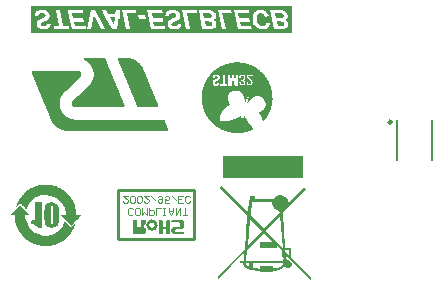
<source format=gbo>
G04*
G04 #@! TF.GenerationSoftware,Altium Limited,Altium Designer,23.6.0 (18)*
G04*
G04 Layer_Color=32896*
%FSLAX43Y43*%
%MOMM*%
G71*
G04*
G04 #@! TF.SameCoordinates,17FE0B56-B4FD-4FE6-8C66-39BC20258D9D*
G04*
G04*
G04 #@! TF.FilePolarity,Positive*
G04*
G01*
G75*
%ADD12C,0.200*%
%ADD100C,0.250*%
%ADD112C,0.258*%
%ADD113C,0.013*%
%ADD114C,0.293*%
%ADD115C,0.117*%
G36*
X27236Y21246D02*
X27253Y21242D01*
X27299Y21237D01*
X27390Y21233D01*
X27436Y21229D01*
X27453Y21225D01*
X27474Y21221D01*
X27490Y21216D01*
X27536Y21212D01*
X27569Y21204D01*
X27611Y21196D01*
X27653Y21191D01*
X27680Y21185D01*
X27701Y21177D01*
X27730Y21173D01*
X27778Y21158D01*
X27817Y21152D01*
X27840Y21142D01*
X27888Y21131D01*
X27909Y21123D01*
X27924Y21117D01*
X27951Y21110D01*
X27980Y21098D01*
X27997Y21094D01*
X28024Y21083D01*
X28047Y21077D01*
X28074Y21066D01*
X28094Y21058D01*
X28126Y21052D01*
X28136Y21042D01*
X28163Y21031D01*
X28192Y21019D01*
X28238Y20998D01*
X28267Y20989D01*
X28276Y20981D01*
X28284Y20977D01*
X28330Y20956D01*
X28426Y20910D01*
X28472Y20885D01*
X28492Y20873D01*
X28505Y20869D01*
X28534Y20852D01*
X28544Y20841D01*
X28572Y20831D01*
X28584Y20819D01*
X28601Y20814D01*
X28613Y20802D01*
X28642Y20785D01*
X28663Y20773D01*
X28676Y20760D01*
X28705Y20744D01*
X28726Y20731D01*
X28738Y20719D01*
X28751Y20714D01*
X28757Y20708D01*
X28790Y20687D01*
X28794Y20679D01*
X28822Y20660D01*
X28830Y20656D01*
X28838Y20648D01*
X28859Y20635D01*
X28876Y20619D01*
X28884Y20614D01*
X28892Y20606D01*
X28901Y20602D01*
X28909Y20594D01*
X28917Y20589D01*
X28930Y20577D01*
X28938Y20573D01*
X28951Y20560D01*
X28959Y20556D01*
X28980Y20535D01*
X28988Y20531D01*
X29001Y20519D01*
X29009Y20514D01*
X29055Y20469D01*
X29069Y20458D01*
X29080Y20444D01*
X29088Y20439D01*
X29130Y20398D01*
X29138Y20394D01*
X29169Y20362D01*
X29174Y20354D01*
X29215Y20312D01*
X29219Y20304D01*
X29278Y20246D01*
X29282Y20237D01*
X29297Y20223D01*
X29315Y20200D01*
X29319Y20191D01*
X29336Y20175D01*
X29340Y20167D01*
X29349Y20158D01*
X29359Y20144D01*
X29380Y20119D01*
X29388Y20114D01*
X29390Y20108D01*
X29411Y20087D01*
X29415Y20079D01*
X29432Y20054D01*
X29436Y20046D01*
X29444Y20037D01*
X29461Y20008D01*
X29469Y20000D01*
X29474Y19992D01*
X29486Y19979D01*
X29490Y19971D01*
X29532Y19912D01*
X29536Y19904D01*
X29557Y19871D01*
X29561Y19862D01*
X29574Y19850D01*
X29578Y19833D01*
X29586Y19825D01*
X29619Y19767D01*
X29628Y19758D01*
X29644Y19729D01*
X29703Y19617D01*
X29736Y19558D01*
X29751Y19523D01*
X29761Y19496D01*
X29767Y19489D01*
X29778Y19462D01*
X29794Y19425D01*
X29803Y19404D01*
X29809Y19398D01*
X29815Y19375D01*
X29826Y19352D01*
X29836Y19325D01*
X29851Y19289D01*
X29857Y19262D01*
X29874Y19225D01*
X29882Y19196D01*
X29888Y19177D01*
X29894Y19150D01*
X29911Y19112D01*
X29915Y19079D01*
X29919Y19062D01*
X29930Y19044D01*
X29936Y19017D01*
X29944Y18983D01*
X29949Y18971D01*
X29957Y18917D01*
X29967Y18881D01*
X29978Y18833D01*
X29982Y18804D01*
X29988Y18781D01*
X29992Y18756D01*
X29999Y18687D01*
X30003Y18671D01*
X30011Y18650D01*
X30015Y18554D01*
X30019Y18542D01*
X30015Y18529D01*
X30017Y18523D01*
X30024Y18471D01*
X30032Y18462D01*
X30036Y18062D01*
X30028Y18058D01*
X30024Y18042D01*
X30019Y18029D01*
X30015Y17896D01*
X30011Y17879D01*
X30007Y17867D01*
X30003Y17837D01*
X29999Y17821D01*
X29994Y17792D01*
X29990Y17737D01*
X29986Y17721D01*
X29978Y17700D01*
X29974Y17642D01*
X29963Y17614D01*
X29959Y17598D01*
X29953Y17562D01*
X29947Y17539D01*
X29942Y17523D01*
X29936Y17500D01*
X29928Y17466D01*
X29919Y17446D01*
X29911Y17392D01*
X29905Y17385D01*
X29894Y17358D01*
X29890Y17329D01*
X29878Y17316D01*
X29874Y17279D01*
X29857Y17254D01*
X29853Y17221D01*
X29842Y17210D01*
X29836Y17187D01*
X29826Y17160D01*
X29817Y17139D01*
X29811Y17117D01*
X29805Y17110D01*
X29794Y17083D01*
X29780Y17056D01*
X29774Y17033D01*
X29769Y17017D01*
X29757Y17004D01*
X29753Y16979D01*
X29738Y16960D01*
X29732Y16937D01*
X29722Y16919D01*
X29711Y16892D01*
X29703Y16883D01*
X29699Y16875D01*
X29686Y16846D01*
X29644Y16771D01*
X29628Y16742D01*
X29615Y16721D01*
X29599Y16696D01*
X29594Y16683D01*
X29586Y16675D01*
X29569Y16646D01*
X29549Y16617D01*
X29532Y16587D01*
X29524Y16579D01*
X29511Y16558D01*
X29499Y16546D01*
X29492Y16531D01*
X29474Y16508D01*
X29469Y16500D01*
X29459Y16489D01*
X29432Y16450D01*
X29428Y16441D01*
X29419Y16433D01*
X29415Y16425D01*
X29399Y16408D01*
X29394Y16400D01*
X29386Y16392D01*
X29374Y16371D01*
X29357Y16354D01*
X29353Y16346D01*
X29340Y16333D01*
X29330Y16319D01*
X29322Y16314D01*
X29319Y16308D01*
X29303Y16292D01*
X29292Y16277D01*
X29284Y16273D01*
X29274Y16258D01*
X29269Y16250D01*
X29261Y16242D01*
X29257Y16233D01*
X29247Y16223D01*
X29236Y16225D01*
X29232Y16242D01*
X29226Y16260D01*
X29222Y16277D01*
X29215Y16325D01*
X29205Y16344D01*
X29190Y16408D01*
X29184Y16414D01*
X29178Y16437D01*
X29169Y16466D01*
X29161Y16487D01*
X29157Y16512D01*
X29142Y16539D01*
X29136Y16562D01*
X29122Y16589D01*
X29111Y16617D01*
X29103Y16625D01*
X29099Y16642D01*
X29078Y16687D01*
X29069Y16708D01*
X29063Y16714D01*
X29053Y16742D01*
X29044Y16750D01*
X29028Y16779D01*
X29024Y16787D01*
X29007Y16812D01*
X28994Y16833D01*
X28974Y16862D01*
X28969Y16871D01*
X28961Y16879D01*
X28957Y16887D01*
X28940Y16904D01*
X28936Y16912D01*
X28919Y16929D01*
X28915Y16937D01*
X28861Y16992D01*
X28863Y17002D01*
X28892Y17023D01*
X28967Y17064D01*
X29030Y17098D01*
X29038Y17106D01*
X29061Y17121D01*
X29084Y17139D01*
X29142Y17181D01*
X29172Y17198D01*
X29174Y17204D01*
X29180Y17210D01*
X29188Y17214D01*
X29205Y17231D01*
X29213Y17235D01*
X29307Y17329D01*
X29311Y17337D01*
X29332Y17358D01*
X29336Y17367D01*
X29349Y17379D01*
X29382Y17437D01*
X29388Y17439D01*
X29411Y17483D01*
X29428Y17525D01*
X29434Y17531D01*
X29440Y17566D01*
X29453Y17596D01*
X29457Y17658D01*
X29461Y17671D01*
X29459Y17756D01*
X29455Y17794D01*
X29451Y17810D01*
X29440Y17837D01*
X29436Y17867D01*
X29424Y17896D01*
X29415Y17917D01*
X29386Y17979D01*
X29382Y17987D01*
X29365Y18012D01*
X29349Y18042D01*
X29336Y18062D01*
X29328Y18071D01*
X29315Y18091D01*
X29307Y18096D01*
X29294Y18117D01*
X29282Y18129D01*
X29278Y18137D01*
X29261Y18154D01*
X29251Y18169D01*
X29242Y18173D01*
X29236Y18179D01*
X29232Y18187D01*
X29215Y18200D01*
X29211Y18208D01*
X29182Y18237D01*
X29159Y18256D01*
X29151Y18260D01*
X29138Y18273D01*
X29130Y18277D01*
X29117Y18289D01*
X29109Y18294D01*
X29097Y18306D01*
X29067Y18323D01*
X29059Y18331D01*
X29051Y18335D01*
X29030Y18344D01*
X29022Y18352D01*
X28988Y18364D01*
X28982Y18371D01*
X28959Y18377D01*
X28930Y18389D01*
X28913Y18394D01*
X28901Y18398D01*
X28847Y18402D01*
X28834Y18406D01*
X28809Y18410D01*
X28717Y18406D01*
X28705Y18402D01*
X28680Y18398D01*
X28651Y18394D01*
X28622Y18381D01*
X28597Y18377D01*
X28567Y18364D01*
X28547Y18356D01*
X28530Y18352D01*
X28522Y18344D01*
X28488Y18331D01*
X28478Y18321D01*
X28455Y18314D01*
X28442Y18302D01*
X28426Y18298D01*
X28417Y18289D01*
X28397Y18277D01*
X28384Y18264D01*
X28363Y18256D01*
X28351Y18244D01*
X28342Y18239D01*
X28330Y18227D01*
X28309Y18214D01*
X28301Y18206D01*
X28280Y18194D01*
X28276Y18185D01*
X28267Y18181D01*
X28251Y18164D01*
X28242Y18160D01*
X28222Y18139D01*
X28213Y18135D01*
X28197Y18119D01*
X28188Y18114D01*
X27982Y17908D01*
X27978Y17900D01*
X27957Y17879D01*
X27953Y17871D01*
X27924Y17841D01*
X27919Y17833D01*
X27913Y17827D01*
X27901Y17823D01*
X27899Y17846D01*
X27915Y17871D01*
X27919Y17900D01*
X27936Y17937D01*
X27940Y17971D01*
X27951Y17994D01*
X27961Y18054D01*
X27974Y18083D01*
X27978Y18125D01*
X27986Y18158D01*
X27992Y18177D01*
X27999Y18254D01*
X28003Y18267D01*
X28007Y18412D01*
X28003Y18454D01*
X27997Y18473D01*
X27980Y18477D01*
X27969Y18454D01*
X27961Y18446D01*
X27957Y18437D01*
X27949Y18417D01*
X27942Y18414D01*
X27936Y18400D01*
X27928Y18379D01*
X27919Y18375D01*
X27915Y18358D01*
X27894Y18312D01*
X27890Y18296D01*
X27882Y18287D01*
X27878Y18275D01*
X27867Y18248D01*
X27859Y18227D01*
X27853Y18204D01*
X27836Y18162D01*
X27832Y18146D01*
X27824Y18117D01*
X27815Y18096D01*
X27807Y18062D01*
X27799Y18042D01*
X27790Y18008D01*
X27782Y17987D01*
X27778Y17962D01*
X27774Y17946D01*
X27767Y17923D01*
X27761Y17892D01*
X27753Y17862D01*
X27747Y17860D01*
X27740Y17867D01*
X27736Y17904D01*
X27732Y17921D01*
X27726Y17939D01*
X27722Y17956D01*
X27715Y18000D01*
X27705Y18023D01*
X27701Y18039D01*
X27694Y18083D01*
X27684Y18110D01*
X27680Y18127D01*
X27676Y18152D01*
X27672Y18173D01*
X27663Y18194D01*
X27657Y18221D01*
X27653Y18237D01*
X27642Y18260D01*
X27630Y18306D01*
X27622Y18327D01*
X27617Y18344D01*
X27611Y18367D01*
X27603Y18375D01*
X27599Y18392D01*
X27557Y18483D01*
X27553Y18500D01*
X27532Y18533D01*
X27528Y18542D01*
X27507Y18571D01*
X27494Y18591D01*
X27482Y18604D01*
X27478Y18617D01*
X27469Y18625D01*
X27457Y18646D01*
X27399Y18704D01*
X27376Y18723D01*
X27317Y18764D01*
X27280Y18785D01*
X27259Y18798D01*
X27230Y18806D01*
X27222Y18814D01*
X27197Y18819D01*
X27180Y18823D01*
X27169Y18833D01*
X27117Y18839D01*
X27097Y18848D01*
X27059Y18852D01*
X27047Y18856D01*
X26811Y18854D01*
X26794Y18850D01*
X26774Y18846D01*
X26757Y18841D01*
X26724Y18837D01*
X26699Y18833D01*
X26682Y18829D01*
X26655Y18819D01*
X26638Y18814D01*
X26619Y18804D01*
X26592Y18798D01*
X26572Y18789D01*
X26534Y18769D01*
X26505Y18752D01*
X26484Y18739D01*
X26467Y18723D01*
X26459Y18719D01*
X26442Y18702D01*
X26434Y18698D01*
X26399Y18662D01*
X26394Y18650D01*
X26378Y18633D01*
X26374Y18625D01*
X26361Y18612D01*
X26357Y18604D01*
X26349Y18596D01*
X26336Y18575D01*
X26328Y18554D01*
X26317Y18539D01*
X26311Y18517D01*
X26299Y18504D01*
X26294Y18466D01*
X26286Y18446D01*
X26280Y18431D01*
X26274Y18404D01*
X26269Y18350D01*
X26261Y18329D01*
X26263Y18194D01*
X26267Y18177D01*
X26276Y18102D01*
X26280Y18081D01*
X26286Y18058D01*
X26290Y18046D01*
X26294Y18004D01*
X26311Y17966D01*
X26319Y17933D01*
X26330Y17910D01*
X26336Y17887D01*
X26353Y17850D01*
X26403Y17746D01*
X26436Y17683D01*
X26444Y17675D01*
X26461Y17646D01*
X26467Y17644D01*
X26478Y17625D01*
X26472Y17619D01*
X26405Y17614D01*
X26376Y17606D01*
X26363Y17602D01*
X26334Y17598D01*
X26317Y17594D01*
X26297Y17581D01*
X26280Y17577D01*
X26217Y17548D01*
X26159Y17514D01*
X26147Y17502D01*
X26138Y17498D01*
X26109Y17477D01*
X26101Y17473D01*
X26088Y17460D01*
X26080Y17456D01*
X26026Y17402D01*
X26017Y17398D01*
X25999Y17379D01*
X25994Y17371D01*
X25936Y17312D01*
X25932Y17304D01*
X25899Y17271D01*
X25894Y17262D01*
X25886Y17254D01*
X25869Y17225D01*
X25863Y17223D01*
X25853Y17204D01*
X25840Y17191D01*
X25832Y17171D01*
X25824Y17162D01*
X25811Y17142D01*
X25799Y17129D01*
X25794Y17117D01*
X25786Y17108D01*
X25774Y17087D01*
X25765Y17079D01*
X25740Y17037D01*
X25736Y17029D01*
X25728Y17008D01*
X25717Y16994D01*
X25711Y16971D01*
X25701Y16960D01*
X25690Y16933D01*
X25680Y16923D01*
X25669Y16896D01*
X25661Y16887D01*
X25653Y16867D01*
X25640Y16837D01*
X25636Y16829D01*
X25632Y16812D01*
X25615Y16775D01*
X25611Y16758D01*
X25601Y16735D01*
X25594Y16712D01*
X25590Y16696D01*
X25578Y16667D01*
X25574Y16625D01*
X25563Y16598D01*
X25559Y16581D01*
X25549Y16492D01*
X25553Y16462D01*
X25557Y16421D01*
X25582Y16367D01*
X25601Y16348D01*
X25630Y16327D01*
X25667Y16306D01*
X25688Y16294D01*
X25724Y16279D01*
X25751Y16273D01*
X25767Y16269D01*
X25788Y16260D01*
X25867Y16252D01*
X25880Y16248D01*
X26044Y16250D01*
X26113Y16256D01*
X26167Y16260D01*
X26184Y16264D01*
X26197Y16269D01*
X26236Y16275D01*
X26274Y16279D01*
X26290Y16283D01*
X26311Y16292D01*
X26355Y16298D01*
X26384Y16310D01*
X26413Y16314D01*
X26430Y16319D01*
X26453Y16325D01*
X26474Y16333D01*
X26499Y16337D01*
X26532Y16350D01*
X26555Y16356D01*
X26584Y16369D01*
X26597Y16373D01*
X26613Y16377D01*
X26651Y16394D01*
X26667Y16398D01*
X26709Y16414D01*
X26726Y16419D01*
X26767Y16435D01*
X26786Y16441D01*
X26813Y16452D01*
X26859Y16473D01*
X26888Y16481D01*
X26897Y16489D01*
X26905Y16494D01*
X26951Y16514D01*
X26967Y16519D01*
X26976Y16527D01*
X26984Y16531D01*
X27030Y16552D01*
X27092Y16581D01*
X27101Y16589D01*
X27109Y16594D01*
X27130Y16602D01*
X27138Y16610D01*
X27159Y16614D01*
X27167Y16623D01*
X27197Y16639D01*
X27205Y16644D01*
X27213Y16652D01*
X27230Y16656D01*
X27247Y16673D01*
X27263Y16677D01*
X27272Y16685D01*
X27292Y16698D01*
X27305Y16710D01*
X27317Y16714D01*
X27326Y16723D01*
X27347Y16735D01*
X27380Y16769D01*
X27388Y16773D01*
X27394Y16767D01*
X27392Y16719D01*
X27394Y16633D01*
X27399Y16604D01*
X27403Y16587D01*
X27407Y16575D01*
X27411Y16558D01*
X27424Y16529D01*
X27440Y16500D01*
X27447Y16498D01*
X27455Y16485D01*
X27472Y16481D01*
X27480Y16489D01*
X27488Y16494D01*
X27509Y16502D01*
X27517Y16510D01*
X27526Y16514D01*
X27590Y16579D01*
X27607Y16608D01*
X27619Y16629D01*
X27632Y16642D01*
X27636Y16654D01*
X27644Y16675D01*
X27649Y16683D01*
X27663Y16698D01*
X27672Y16694D01*
X27678Y16671D01*
X27690Y16658D01*
X27694Y16642D01*
X27711Y16625D01*
X27715Y16608D01*
X27732Y16583D01*
X27738Y16569D01*
X27759Y16535D01*
X27761Y16533D01*
X27778Y16504D01*
X27790Y16492D01*
X27794Y16479D01*
X27824Y16433D01*
X27836Y16412D01*
X27844Y16404D01*
X27861Y16375D01*
X27872Y16360D01*
X27899Y16321D01*
X27940Y16258D01*
X27961Y16229D01*
X27974Y16208D01*
X27990Y16191D01*
X27997Y16177D01*
X28036Y16125D01*
X28040Y16117D01*
X28047Y16114D01*
X28049Y16108D01*
X28069Y16079D01*
X28074Y16071D01*
X28086Y16058D01*
X28097Y16044D01*
X28115Y16021D01*
X28119Y16012D01*
X28132Y16000D01*
X28136Y15991D01*
X28149Y15979D01*
X28153Y15971D01*
X28169Y15954D01*
X28174Y15946D01*
X28180Y15939D01*
X28199Y15917D01*
X28203Y15908D01*
X28217Y15894D01*
X28236Y15871D01*
X28240Y15862D01*
X28274Y15829D01*
X28278Y15821D01*
X28290Y15808D01*
X28294Y15800D01*
X28301Y15798D01*
X28332Y15767D01*
X28336Y15758D01*
X28369Y15725D01*
X28374Y15717D01*
X28413Y15677D01*
X28422Y15673D01*
X28447Y15648D01*
X28455Y15644D01*
X28474Y15625D01*
X28467Y15619D01*
X28459Y15614D01*
X28438Y15602D01*
X28417Y15594D01*
X28397Y15581D01*
X28388Y15577D01*
X28372Y15573D01*
X28363Y15564D01*
X28330Y15552D01*
X28322Y15544D01*
X28288Y15531D01*
X28280Y15523D01*
X28267Y15519D01*
X28238Y15506D01*
X28217Y15498D01*
X28194Y15487D01*
X28167Y15477D01*
X28151Y15473D01*
X28142Y15464D01*
X28122Y15456D01*
X28105Y15452D01*
X28076Y15439D01*
X28059Y15435D01*
X28040Y15429D01*
X28019Y15421D01*
X27997Y15414D01*
X27974Y15404D01*
X27942Y15398D01*
X27901Y15381D01*
X27876Y15377D01*
X27822Y15360D01*
X27805Y15356D01*
X27776Y15348D01*
X27763Y15344D01*
X27738Y15339D01*
X27709Y15335D01*
X27692Y15331D01*
X27657Y15321D01*
X27622Y15314D01*
X27609Y15310D01*
X27576Y15306D01*
X27563Y15302D01*
X27522Y15298D01*
X27505Y15294D01*
X27463Y15289D01*
X27442Y15281D01*
X27309Y15273D01*
X27280Y15260D01*
X26867Y15256D01*
X26855Y15260D01*
X26840Y15267D01*
X26819Y15271D01*
X26769Y15275D01*
X26651Y15281D01*
X26628Y15287D01*
X26607Y15292D01*
X26553Y15300D01*
X26519Y15304D01*
X26499Y15312D01*
X26461Y15316D01*
X26428Y15321D01*
X26411Y15325D01*
X26390Y15333D01*
X26355Y15339D01*
X26322Y15348D01*
X26309Y15352D01*
X26269Y15358D01*
X26253Y15362D01*
X26232Y15371D01*
X26188Y15381D01*
X26169Y15387D01*
X26142Y15398D01*
X26119Y15404D01*
X26092Y15414D01*
X26076Y15419D01*
X26057Y15425D01*
X26036Y15433D01*
X26009Y15439D01*
X25982Y15454D01*
X25955Y15460D01*
X25949Y15467D01*
X25922Y15477D01*
X25905Y15481D01*
X25867Y15498D01*
X25844Y15508D01*
X25805Y15523D01*
X25799Y15529D01*
X25759Y15544D01*
X25751Y15552D01*
X25742Y15556D01*
X25722Y15564D01*
X25701Y15577D01*
X25680Y15585D01*
X25659Y15598D01*
X25638Y15606D01*
X25601Y15627D01*
X25572Y15644D01*
X25551Y15656D01*
X25530Y15664D01*
X25501Y15681D01*
X25492Y15689D01*
X25463Y15706D01*
X25440Y15721D01*
X25401Y15748D01*
X25380Y15760D01*
X25361Y15775D01*
X25322Y15802D01*
X25292Y15823D01*
X25263Y15839D01*
X25247Y15856D01*
X25238Y15860D01*
X25226Y15873D01*
X25217Y15877D01*
X25205Y15889D01*
X25190Y15900D01*
X25167Y15919D01*
X25159Y15923D01*
X25157Y15929D01*
X25138Y15939D01*
X25122Y15956D01*
X25113Y15960D01*
X25101Y15973D01*
X25092Y15977D01*
X25076Y15994D01*
X25067Y15998D01*
X25059Y16006D01*
X25044Y16017D01*
X25034Y16031D01*
X25026Y16035D01*
X24984Y16077D01*
X24976Y16081D01*
X24861Y16196D01*
X24857Y16204D01*
X24840Y16221D01*
X24836Y16229D01*
X24824Y16237D01*
X24813Y16252D01*
X24805Y16256D01*
X24799Y16262D01*
X24794Y16271D01*
X24782Y16283D01*
X24778Y16292D01*
X24761Y16308D01*
X24757Y16316D01*
X24744Y16329D01*
X24740Y16337D01*
X24715Y16362D01*
X24711Y16371D01*
X24705Y16373D01*
X24692Y16394D01*
X24684Y16398D01*
X24678Y16412D01*
X24665Y16425D01*
X24653Y16446D01*
X24644Y16454D01*
X24640Y16462D01*
X24630Y16473D01*
X24613Y16498D01*
X24594Y16521D01*
X24590Y16529D01*
X24582Y16537D01*
X24576Y16552D01*
X24557Y16575D01*
X24553Y16583D01*
X24544Y16591D01*
X24540Y16600D01*
X24511Y16646D01*
X24490Y16683D01*
X24482Y16691D01*
X24457Y16737D01*
X24449Y16746D01*
X24407Y16821D01*
X24340Y16950D01*
X24301Y17031D01*
X24290Y17058D01*
X24284Y17064D01*
X24278Y17087D01*
X24244Y17162D01*
X24240Y17179D01*
X24222Y17223D01*
X24217Y17239D01*
X24211Y17267D01*
X24203Y17275D01*
X24194Y17308D01*
X24182Y17337D01*
X24178Y17358D01*
X24174Y17375D01*
X24161Y17404D01*
X24153Y17437D01*
X24147Y17460D01*
X24132Y17525D01*
X24124Y17546D01*
X24119Y17562D01*
X24115Y17591D01*
X24111Y17608D01*
X24103Y17629D01*
X24099Y17654D01*
X24094Y17696D01*
X24090Y17725D01*
X24084Y17748D01*
X24080Y17785D01*
X24074Y17837D01*
X24069Y17867D01*
X24065Y17879D01*
X24061Y17908D01*
X24057Y17921D01*
X24053Y18037D01*
X24049Y18091D01*
X24040Y18112D01*
X24036Y18437D01*
X24044Y18446D01*
X24049Y18471D01*
X24053Y18483D01*
X24057Y18566D01*
X24061Y18621D01*
X24065Y18633D01*
X24069Y18658D01*
X24074Y18671D01*
X24078Y18729D01*
X24082Y18746D01*
X24086Y18758D01*
X24092Y18798D01*
X24099Y18858D01*
X24103Y18875D01*
X24115Y18904D01*
X24119Y18946D01*
X24132Y18975D01*
X24140Y19029D01*
X24151Y19052D01*
X24157Y19079D01*
X24161Y19108D01*
X24169Y19129D01*
X24178Y19158D01*
X24182Y19175D01*
X24194Y19196D01*
X24199Y19221D01*
X24203Y19237D01*
X24211Y19246D01*
X24215Y19254D01*
X24222Y19277D01*
X24236Y19316D01*
X24240Y19333D01*
X24257Y19371D01*
X24261Y19387D01*
X24278Y19425D01*
X24299Y19471D01*
X24303Y19487D01*
X24315Y19500D01*
X24319Y19525D01*
X24332Y19537D01*
X24336Y19550D01*
X24357Y19596D01*
X24365Y19617D01*
X24378Y19637D01*
X24382Y19654D01*
X24390Y19662D01*
X24394Y19671D01*
X24403Y19691D01*
X24415Y19712D01*
X24436Y19742D01*
X24440Y19758D01*
X24453Y19771D01*
X24461Y19792D01*
X24469Y19800D01*
X24503Y19858D01*
X24509Y19860D01*
X24528Y19896D01*
X24544Y19925D01*
X24557Y19946D01*
X24574Y19962D01*
X24578Y19971D01*
X24586Y19979D01*
X24599Y20000D01*
X24607Y20008D01*
X24619Y20029D01*
X24636Y20046D01*
X24640Y20054D01*
X24649Y20062D01*
X24661Y20083D01*
X24669Y20091D01*
X24682Y20112D01*
X24688Y20114D01*
X24699Y20133D01*
X24707Y20142D01*
X24719Y20162D01*
X24749Y20191D01*
X24759Y20206D01*
X24774Y20216D01*
X24778Y20225D01*
X24794Y20242D01*
X24799Y20250D01*
X24811Y20258D01*
X24815Y20267D01*
X24857Y20308D01*
X24861Y20316D01*
X24867Y20319D01*
X24878Y20333D01*
X24882Y20341D01*
X24930Y20389D01*
X24938Y20394D01*
X24976Y20431D01*
X24984Y20435D01*
X25022Y20473D01*
X25030Y20477D01*
X25038Y20489D01*
X25047Y20494D01*
X25063Y20510D01*
X25072Y20514D01*
X25080Y20527D01*
X25088Y20531D01*
X25122Y20564D01*
X25142Y20577D01*
X25151Y20585D01*
X25172Y20598D01*
X25180Y20606D01*
X25194Y20617D01*
X25217Y20635D01*
X25226Y20639D01*
X25238Y20652D01*
X25247Y20656D01*
X25255Y20664D01*
X25278Y20679D01*
X25301Y20698D01*
X25309Y20702D01*
X25317Y20710D01*
X25326Y20714D01*
X25334Y20723D01*
X25355Y20735D01*
X25367Y20748D01*
X25388Y20756D01*
X25405Y20773D01*
X25422Y20777D01*
X25430Y20785D01*
X25492Y20819D01*
X25505Y20831D01*
X25526Y20839D01*
X25538Y20852D01*
X25559Y20860D01*
X25588Y20881D01*
X25609Y20894D01*
X25630Y20902D01*
X25636Y20908D01*
X25663Y20919D01*
X25669Y20925D01*
X25709Y20939D01*
X25717Y20948D01*
X25726Y20952D01*
X25769Y20971D01*
X25797Y20981D01*
X25815Y20992D01*
X25842Y21002D01*
X25849Y21008D01*
X25888Y21023D01*
X25894Y21029D01*
X25917Y21035D01*
X25972Y21056D01*
X26007Y21071D01*
X26034Y21077D01*
X26055Y21085D01*
X26061Y21091D01*
X26092Y21098D01*
X26119Y21112D01*
X26172Y21123D01*
X26180Y21131D01*
X26213Y21135D01*
X26249Y21146D01*
X26313Y21160D01*
X26334Y21169D01*
X26347Y21173D01*
X26376Y21177D01*
X26392Y21181D01*
X26415Y21191D01*
X26484Y21198D01*
X26501Y21202D01*
X26519Y21208D01*
X26544Y21212D01*
X26594Y21216D01*
X26619Y21221D01*
X26636Y21225D01*
X26661Y21229D01*
X26682Y21233D01*
X26792Y21239D01*
X26822Y21244D01*
X26830Y21252D01*
X27230Y21256D01*
X27236Y21246D01*
D02*
G37*
G36*
X32617Y11467D02*
X25849D01*
Y13356D01*
X32617D01*
Y11467D01*
D02*
G37*
G36*
X11428Y10836D02*
X11543Y10801D01*
X11561D01*
X11565D01*
X11570Y10799D01*
X11575Y10794D01*
X11576Y10791D01*
X11642Y10771D01*
X11653D01*
X11656D01*
X11662Y10768D01*
X11666Y10764D01*
X11666Y10763D01*
X11742Y10740D01*
X11744D01*
X11747D01*
X11753Y10738D01*
X11755Y10736D01*
X11788Y10726D01*
X11872Y10679D01*
X11897D01*
X11900D01*
X11906Y10677D01*
X11910Y10672D01*
X11912Y10667D01*
Y10663D01*
Y10661D01*
X11911Y10657D01*
X11926Y10649D01*
X11958Y10649D01*
X11961D01*
X11967Y10646D01*
X11971Y10642D01*
X11973Y10636D01*
Y10633D01*
Y10630D01*
X11972Y10626D01*
X11970Y10624D01*
X11981Y10618D01*
X12019Y10618D01*
X12022D01*
X12027Y10616D01*
X12032Y10611D01*
X12034Y10606D01*
Y10602D01*
Y10600D01*
X12033Y10595D01*
X12030Y10591D01*
X12029Y10591D01*
X12035Y10588D01*
X12080Y10588D01*
X12083D01*
X12088Y10585D01*
X12093Y10581D01*
X12095Y10575D01*
Y10572D01*
Y10570D01*
X12094Y10565D01*
X12091Y10561D01*
X12088Y10558D01*
X12090Y10557D01*
X12110Y10557D01*
X12113D01*
X12119Y10555D01*
X12123Y10550D01*
X12126Y10545D01*
Y10542D01*
Y10539D01*
X12125Y10537D01*
X12144Y10527D01*
X12171D01*
X12174D01*
X12180Y10524D01*
X12184Y10520D01*
X12187Y10514D01*
Y10511D01*
Y10509D01*
X12185Y10504D01*
X12199Y10496D01*
X12232Y10496D01*
X12235D01*
X12241Y10494D01*
X12245Y10489D01*
X12248Y10484D01*
Y10481D01*
Y10478D01*
X12246Y10473D01*
X12244Y10471D01*
X12253Y10466D01*
X12262D01*
X12266D01*
X12271Y10463D01*
X12276Y10459D01*
X12278Y10453D01*
Y10452D01*
X12308Y10435D01*
X12323D01*
X12327D01*
X12332Y10433D01*
X12337Y10428D01*
X12339Y10423D01*
Y10420D01*
Y10418D01*
X12378Y10396D01*
X12433Y10344D01*
X12445D01*
X12448D01*
X12454Y10341D01*
X12459Y10337D01*
X12461Y10331D01*
Y10328D01*
Y10326D01*
X12459Y10321D01*
X12458Y10319D01*
X12464Y10313D01*
X12476D01*
X12479D01*
X12485Y10311D01*
X12489Y10307D01*
X12491Y10301D01*
Y10298D01*
Y10295D01*
X12490Y10290D01*
X12489Y10290D01*
X12496Y10283D01*
X12506D01*
X12509D01*
X12515Y10280D01*
X12520Y10276D01*
X12522Y10270D01*
Y10267D01*
Y10265D01*
X12520Y10260D01*
X12520Y10260D01*
X12528Y10252D01*
X12537D01*
X12540D01*
X12546Y10250D01*
X12550Y10246D01*
X12552Y10240D01*
Y10237D01*
Y10234D01*
X12551Y10230D01*
X12560Y10222D01*
X12567D01*
X12570D01*
X12576Y10219D01*
X12581Y10215D01*
X12583Y10209D01*
Y10206D01*
Y10204D01*
X12582Y10201D01*
X12592Y10191D01*
X12598D01*
X12601D01*
X12607Y10189D01*
X12611Y10185D01*
X12613Y10179D01*
Y10176D01*
Y10173D01*
X12613Y10171D01*
X12624Y10161D01*
X12628D01*
X12631D01*
X12637Y10159D01*
X12641Y10154D01*
X12644Y10148D01*
Y10145D01*
Y10143D01*
X12644Y10142D01*
X12655Y10130D01*
X12659D01*
X12662D01*
X12668Y10128D01*
X12672Y10124D01*
X12674Y10118D01*
Y10115D01*
Y10112D01*
X12674Y10112D01*
X12687Y10100D01*
X12689D01*
X12692D01*
X12698Y10098D01*
X12702Y10093D01*
X12705Y10087D01*
Y10084D01*
Y10083D01*
X12719Y10069D01*
X12720D01*
X12723D01*
X12729Y10067D01*
X12733Y10063D01*
X12735Y10057D01*
Y10054D01*
X12751Y10039D01*
X12753D01*
X12759Y10037D01*
X12763Y10032D01*
X12766Y10026D01*
Y10025D01*
X12783Y10009D01*
X12784D01*
X12789Y10006D01*
X12794Y10002D01*
X12796Y9996D01*
Y9996D01*
X12815Y9978D01*
X12820Y9976D01*
X12824Y9971D01*
X12826Y9967D01*
X12848Y9946D01*
X12850Y9945D01*
X12855Y9941D01*
X12857Y9935D01*
Y9932D01*
X12867Y9917D01*
X12872D01*
X12875D01*
X12881Y9915D01*
X12885Y9910D01*
X12888Y9905D01*
Y9901D01*
Y9899D01*
X12886Y9894D01*
X12884Y9892D01*
X12888Y9887D01*
X12903Y9887D01*
X12906D01*
X12911Y9884D01*
X12916Y9880D01*
X12918Y9874D01*
Y9871D01*
Y9868D01*
X12916Y9863D01*
X12913Y9859D01*
X12909Y9856D01*
X12908Y9856D01*
X12909Y9855D01*
X12909Y9855D01*
X12913Y9852D01*
X12916Y9848D01*
X12918Y9843D01*
Y9841D01*
X12928Y9826D01*
X12933D01*
X12936D01*
X12942Y9823D01*
X12946Y9819D01*
X12949Y9813D01*
Y9810D01*
Y9807D01*
X12947Y9802D01*
X12945Y9800D01*
X12970Y9763D01*
X12972Y9762D01*
X12977Y9758D01*
X12979Y9752D01*
Y9749D01*
X12989Y9734D01*
X12994D01*
X12997D01*
X13003Y9732D01*
X13007Y9727D01*
X13010Y9722D01*
Y9719D01*
Y9716D01*
X13008Y9711D01*
X13006Y9709D01*
X13010Y9704D01*
X13024Y9704D01*
X13028D01*
X13033Y9701D01*
X13038Y9697D01*
X13040Y9691D01*
Y9688D01*
Y9685D01*
X13038Y9680D01*
X13035Y9676D01*
X13031Y9673D01*
X13030Y9673D01*
X13030Y9672D01*
X13031Y9672D01*
X13035Y9669D01*
X13038Y9665D01*
X13040Y9660D01*
Y9658D01*
X13050Y9643D01*
X13055D01*
X13058D01*
X13064Y9640D01*
X13068Y9636D01*
X13071Y9630D01*
Y9627D01*
Y9624D01*
X13069Y9619D01*
X13067Y9617D01*
X13092Y9580D01*
X13094Y9579D01*
X13099Y9575D01*
X13101Y9569D01*
Y9566D01*
X13111Y9551D01*
X13116D01*
X13119D01*
X13125Y9549D01*
X13129Y9545D01*
X13132Y9539D01*
Y9536D01*
Y9533D01*
X13130Y9528D01*
X13128Y9526D01*
X13153Y9489D01*
X13155Y9488D01*
X13160Y9484D01*
X13162Y9478D01*
Y9475D01*
X13188Y9436D01*
X13216Y9366D01*
X13216Y9366D01*
X13221Y9362D01*
X13223Y9356D01*
Y9353D01*
Y9350D01*
X13223Y9349D01*
X13308Y9136D01*
X13336Y9032D01*
X13338Y9031D01*
X13343Y9026D01*
X13345Y9021D01*
Y9018D01*
Y9015D01*
X13343Y9010D01*
X13342Y9009D01*
X13408Y8766D01*
X13438Y8476D01*
Y8302D01*
X13817Y8302D01*
X13820D01*
X13826Y8299D01*
X13830Y8295D01*
X13833Y8289D01*
Y8286D01*
X13848D01*
X13828Y8266D01*
X13831Y8263D01*
X13833Y8258D01*
Y8256D01*
Y8252D01*
X13830Y8247D01*
X13826Y8242D01*
X13820Y8240D01*
X13802D01*
X13798Y8236D01*
X13801Y8232D01*
X13802Y8228D01*
Y8225D01*
Y8222D01*
X13800Y8216D01*
X13795Y8212D01*
X13790Y8209D01*
X13772D01*
X13768Y8205D01*
X13770Y8202D01*
X13772Y8197D01*
Y8195D01*
Y8191D01*
X13769Y8186D01*
X13765Y8181D01*
X13759Y8179D01*
X13742D01*
X13737Y8174D01*
X13740Y8171D01*
X13741Y8167D01*
Y8164D01*
Y8161D01*
X13739Y8155D01*
X13734Y8151D01*
X13729Y8148D01*
X13712D01*
X13707Y8143D01*
X13709Y8141D01*
X13711Y8136D01*
Y8134D01*
Y8130D01*
X13708Y8125D01*
X13704Y8120D01*
X13698Y8118D01*
X13682D01*
X13677Y8113D01*
X13679Y8110D01*
X13680Y8106D01*
Y8103D01*
Y8100D01*
X13678Y8094D01*
X13673Y8090D01*
X13668Y8087D01*
X13652D01*
X13647Y8082D01*
X13648Y8080D01*
X13650Y8075D01*
Y8073D01*
Y8070D01*
X13647Y8064D01*
X13643Y8059D01*
X13637Y8057D01*
X13622D01*
X13616Y8051D01*
X13618Y8049D01*
X13619Y8045D01*
Y8042D01*
Y8039D01*
X13617Y8033D01*
X13612Y8029D01*
X13607Y8027D01*
X13592D01*
X13586Y8021D01*
X13587Y8019D01*
X13589Y8014D01*
Y8012D01*
Y8009D01*
X13586Y8003D01*
X13582Y7998D01*
X13576Y7996D01*
X13561D01*
X13556Y7990D01*
X13557Y7988D01*
X13558Y7984D01*
Y7981D01*
Y7978D01*
X13556Y7972D01*
X13551Y7968D01*
X13546Y7966D01*
X13531D01*
X13525Y7959D01*
X13526Y7958D01*
X13528Y7953D01*
Y7951D01*
Y7948D01*
X13525Y7942D01*
X13521Y7937D01*
X13515Y7935D01*
X13501D01*
X13495Y7929D01*
X13496Y7927D01*
X13497Y7923D01*
Y7920D01*
Y7917D01*
X13495Y7911D01*
X13491Y7907D01*
X13485Y7905D01*
X13471D01*
X13465Y7898D01*
X13465Y7897D01*
X13467Y7892D01*
Y7890D01*
Y7887D01*
X13464Y7881D01*
X13460Y7877D01*
X13454Y7874D01*
X13441D01*
X13434Y7867D01*
X13435Y7866D01*
X13436Y7862D01*
Y7859D01*
Y7856D01*
X13434Y7850D01*
X13430Y7846D01*
X13424Y7844D01*
X13411D01*
X13404Y7837D01*
X13404Y7836D01*
X13406Y7831D01*
Y7829D01*
Y7826D01*
X13403Y7820D01*
X13399Y7816D01*
X13393Y7813D01*
X13381D01*
X13374Y7806D01*
X13374Y7806D01*
X13375Y7801D01*
Y7798D01*
Y7795D01*
X13373Y7789D01*
X13369Y7785D01*
X13363Y7783D01*
X13351D01*
X13343Y7775D01*
X13343Y7775D01*
X13345Y7770D01*
Y7768D01*
Y7765D01*
X13343Y7759D01*
X13338Y7755D01*
X13332Y7752D01*
X13321D01*
X13313Y7745D01*
X13314Y7740D01*
Y7737D01*
Y7734D01*
X13312Y7729D01*
X13308Y7724D01*
X13302Y7722D01*
X13290D01*
X13283Y7714D01*
X13284Y7709D01*
Y7707D01*
Y7704D01*
X13282Y7698D01*
X13277Y7694D01*
X13271Y7691D01*
X13260D01*
X13252Y7683D01*
X13253Y7679D01*
Y7676D01*
Y7673D01*
X13251Y7668D01*
X13247Y7663D01*
X13241Y7661D01*
X13230D01*
X13222Y7652D01*
X13223Y7648D01*
Y7646D01*
Y7643D01*
X13221Y7637D01*
X13216Y7633D01*
X13210Y7630D01*
X13200D01*
X13191Y7622D01*
X13193Y7618D01*
Y7615D01*
Y7612D01*
X13190Y7607D01*
X13186Y7602D01*
X13180Y7600D01*
X13170D01*
X13161Y7591D01*
X13162Y7587D01*
Y7585D01*
Y7582D01*
X13160Y7576D01*
X13155Y7572D01*
X13150Y7569D01*
X13140D01*
X13131Y7560D01*
X13132Y7557D01*
Y7554D01*
Y7551D01*
X13129Y7546D01*
X13125Y7541D01*
X13119Y7539D01*
X13110D01*
X13100Y7529D01*
X13101Y7526D01*
Y7524D01*
Y7521D01*
X13099Y7515D01*
X13094Y7511D01*
X13089Y7508D01*
X13080D01*
X13070Y7498D01*
X13071Y7496D01*
Y7494D01*
Y7490D01*
X13068Y7485D01*
X13064Y7480D01*
X13058Y7478D01*
X13049D01*
X13039Y7468D01*
X13040Y7466D01*
Y7463D01*
Y7460D01*
X13038Y7454D01*
X13033Y7450D01*
X13028Y7447D01*
X13019D01*
X13008Y7436D01*
X12996Y7447D01*
X12988D01*
X12979Y7455D01*
X12978Y7465D01*
X12964Y7478D01*
X12958D01*
X12949Y7485D01*
X12948Y7494D01*
X12933Y7508D01*
X12927D01*
X12919Y7516D01*
X12917Y7523D01*
X12901Y7539D01*
X12897D01*
X12888Y7546D01*
X12887Y7552D01*
X12869Y7569D01*
X12866D01*
X12858Y7577D01*
X12857Y7582D01*
X12838Y7600D01*
X12836D01*
X12827Y7607D01*
X12827Y7611D01*
X12806Y7630D01*
X12805D01*
X12797Y7638D01*
X12796Y7640D01*
X12771Y7664D01*
X12766Y7668D01*
X12766Y7669D01*
X12394Y8027D01*
X12379D01*
X12370Y8034D01*
X12368Y8045D01*
X12371Y8050D01*
X12363Y8057D01*
X12348D01*
X12339Y8065D01*
X12338Y8076D01*
X12340Y8079D01*
X12331Y8087D01*
X12318D01*
X12309Y8095D01*
X12307Y8106D01*
X12309Y8109D01*
X12300Y8118D01*
X12287D01*
X12278Y8125D01*
X12277Y8137D01*
X12278Y8139D01*
X12268Y8148D01*
X12257D01*
X12248Y8156D01*
X12246Y8167D01*
X12247Y8169D01*
X12236Y8179D01*
X12226D01*
X12217Y8187D01*
X12216Y8198D01*
X12173Y8240D01*
X12165D01*
X12157Y8247D01*
X12155Y8257D01*
X12141Y8270D01*
X12134D01*
X12125Y8280D01*
Y8292D01*
X12134Y8302D01*
X12556D01*
X12557Y8304D01*
X12551Y8312D01*
X12552Y8322D01*
X12555Y8326D01*
X12553Y8340D01*
X12552Y8341D01*
Y8348D01*
X12531Y8484D01*
X12531D01*
X12522Y8492D01*
X12521Y8504D01*
X12527Y8512D01*
X12525Y8520D01*
X12521Y8524D01*
Y8535D01*
X12439Y8880D01*
X12439D01*
X12431Y8888D01*
X12429Y8900D01*
X12430Y8901D01*
X12228Y9306D01*
X12227Y9307D01*
X12226D01*
X12217Y9315D01*
X12217Y9318D01*
X11948Y9606D01*
X11743Y9764D01*
X11739D01*
X11730Y9771D01*
X11729Y9774D01*
X11688Y9806D01*
X11258Y9966D01*
X10828Y10026D01*
X10438Y9986D01*
X10144Y9896D01*
X10142Y9893D01*
X10138Y9888D01*
X10132Y9886D01*
X10110D01*
X10082Y9877D01*
X10084Y9873D01*
Y9871D01*
Y9868D01*
X10081Y9862D01*
X10077Y9858D01*
X10071Y9855D01*
X10048D01*
X10023Y9838D01*
Y9837D01*
X10020Y9832D01*
X10016Y9827D01*
X10010Y9825D01*
X10003D01*
X9798Y9686D01*
X9535Y9442D01*
Y9441D01*
X9533Y9435D01*
X9528Y9431D01*
X9522Y9429D01*
X9521D01*
X9518Y9426D01*
X9229Y8933D01*
X9230Y8929D01*
Y8926D01*
Y8923D01*
X9228Y8917D01*
X9223Y8913D01*
X9218Y8910D01*
X9216D01*
X9178Y8846D01*
X9109Y8910D01*
X9087D01*
X9078Y8918D01*
X9076Y8929D01*
X9081Y8937D01*
X9077Y8941D01*
X9056D01*
X9048Y8948D01*
X9046Y8960D01*
X9050Y8966D01*
X9044Y8971D01*
X9026D01*
X9017Y8979D01*
X9015Y8991D01*
X9019Y8996D01*
X8979Y9032D01*
X8965D01*
X8956Y9040D01*
X8954Y9051D01*
X8956Y9054D01*
X8947Y9063D01*
X8934D01*
X8926Y9070D01*
X8924Y9082D01*
X8925Y9084D01*
X8915Y9093D01*
X8904D01*
X8895Y9101D01*
X8893Y9112D01*
X8894Y9113D01*
X8882Y9124D01*
X8873D01*
X8865Y9131D01*
X8863Y9142D01*
X8850Y9154D01*
X8843D01*
X8834Y9162D01*
X8833Y9170D01*
X8817Y9185D01*
X8812D01*
X8804Y9192D01*
X8803Y9198D01*
X8785Y9215D01*
X8782D01*
X8773Y9223D01*
X8773Y9227D01*
X8752Y9246D01*
X8752D01*
X8743Y9253D01*
X8743Y9255D01*
X8688Y9306D01*
X8589Y9226D01*
X8588Y9222D01*
X8583Y9218D01*
X8578Y9215D01*
X8576D01*
X8560Y9202D01*
Y9200D01*
Y9197D01*
X8557Y9192D01*
X8553Y9187D01*
X8547Y9185D01*
X8538D01*
X8528Y9176D01*
X8529Y9172D01*
Y9170D01*
Y9167D01*
X8527Y9161D01*
X8522Y9157D01*
X8517Y9154D01*
X8501D01*
X8495Y9149D01*
X8497Y9147D01*
X8499Y9142D01*
Y9139D01*
Y9136D01*
X8496Y9131D01*
X8492Y9126D01*
X8486Y9124D01*
X8463D01*
X8461Y9122D01*
X8464Y9120D01*
X8467Y9116D01*
X8468Y9111D01*
Y9109D01*
Y9106D01*
X8466Y9100D01*
X8461Y9096D01*
X8456Y9093D01*
X8427D01*
X8429Y9093D01*
X8433Y9090D01*
X8436Y9086D01*
X8438Y9081D01*
Y9078D01*
Y9075D01*
X8435Y9070D01*
X8431Y9065D01*
X8425Y9063D01*
X8396D01*
X8399Y9062D01*
X8403Y9059D01*
X8406Y9055D01*
X8407Y9050D01*
Y9048D01*
Y9045D01*
X8405Y9039D01*
X8400Y9035D01*
X8395Y9032D01*
X8355D01*
X8353Y9034D01*
X8318Y9006D01*
X8345Y9081D01*
Y9084D01*
X8348Y9087D01*
X8351Y9096D01*
X8345Y9105D01*
X8346Y9117D01*
X8355Y9125D01*
X8361D01*
X8376Y9165D01*
X8375Y9166D01*
X8377Y9178D01*
X8383Y9183D01*
X8409Y9253D01*
X8406Y9257D01*
X8407Y9269D01*
X8416Y9277D01*
X8417D01*
X8428Y9306D01*
X8437Y9325D01*
X8438Y9330D01*
X8441Y9333D01*
X8467Y9388D01*
Y9389D01*
X8468Y9390D01*
X8473Y9400D01*
X8467Y9410D01*
X8468Y9421D01*
X8477Y9429D01*
X8487D01*
X8503Y9462D01*
X8497Y9471D01*
X8499Y9482D01*
X8507Y9490D01*
X8516D01*
X8548Y9556D01*
X8590Y9621D01*
X8589Y9623D01*
X8590Y9635D01*
X8599Y9643D01*
X8604D01*
X8650Y9714D01*
X8650Y9714D01*
X8651Y9726D01*
X8660Y9734D01*
X8663D01*
X8711Y9809D01*
X8712Y9818D01*
X8721Y9826D01*
X8722D01*
X8748Y9866D01*
X8802Y9928D01*
X8802Y9928D01*
X8803Y9940D01*
X8812Y9948D01*
X8820D01*
X8833Y9963D01*
X8834Y9971D01*
X8843Y9978D01*
X8847D01*
X8864Y9998D01*
X8865Y10001D01*
X8873Y10008D01*
X8968Y10116D01*
X9198Y10346D01*
X9322Y10426D01*
X9322Y10428D01*
X9331Y10435D01*
X9336D01*
X9568Y10586D01*
X9627Y10611D01*
X9635Y10618D01*
X9644D01*
X9687Y10636D01*
X9688Y10641D01*
X9696Y10649D01*
X9716D01*
X9747Y10662D01*
X9749Y10672D01*
X9757Y10679D01*
X9788D01*
X9840Y10701D01*
X9840Y10702D01*
X9849Y10710D01*
X9860D01*
X9900Y10726D01*
X9901Y10733D01*
X9910Y10740D01*
X9932D01*
X9998Y10768D01*
X10001Y10771D01*
X10004D01*
X10088Y10806D01*
X10211Y10828D01*
X10215Y10831D01*
X10229D01*
X10358Y10855D01*
X10367Y10862D01*
X10399D01*
X10588Y10896D01*
X11128D01*
X11428Y10836D01*
D02*
G37*
G36*
X21339Y6740D02*
X21081D01*
X20996Y6826D01*
Y7169D01*
X20738D01*
Y6826D01*
X20652Y6740D01*
X20395D01*
Y7942D01*
X20652D01*
X20738Y7856D01*
Y7341D01*
X20996D01*
Y7856D01*
X21081Y7942D01*
X21339D01*
Y6740D01*
D02*
G37*
G36*
X19330Y7916D02*
X19364Y7856D01*
Y7787D01*
X19330Y7676D01*
X19192Y7512D01*
X19167Y7470D01*
X19150Y7384D01*
Y7324D01*
X19192Y7255D01*
X19296Y7186D01*
X19364Y7083D01*
Y6997D01*
X19321Y6868D01*
X19253Y6791D01*
X19150Y6740D01*
X18248D01*
Y7942D01*
X18591D01*
Y7341D01*
X18849D01*
X18935Y7427D01*
Y7942D01*
X19278D01*
X19330Y7916D01*
D02*
G37*
G36*
X10508Y7266D02*
X10198D01*
X10188Y7276D01*
X10138Y7336D01*
X10078Y7386D01*
X10028Y7426D01*
X9968Y7466D01*
X9848Y7526D01*
X9778Y7556D01*
X9698Y7586D01*
X9668Y7596D01*
X9628Y7606D01*
X9608Y7616D01*
Y7856D01*
X9778Y7866D01*
X9868Y7876D01*
X9898Y7886D01*
X9928Y7906D01*
X9948Y7926D01*
X9958Y7946D01*
X9968Y7976D01*
Y9406D01*
X10508D01*
Y7266D01*
D02*
G37*
G36*
X11422Y9401D02*
X11487Y9391D01*
X11552Y9376D01*
X11632Y9346D01*
X11727Y9296D01*
X11797Y9241D01*
X11837Y9196D01*
X11867Y9151D01*
X11892Y9101D01*
X11912Y9051D01*
X11927Y8986D01*
X11932Y8956D01*
X11937Y8926D01*
X11942Y8856D01*
X11947Y8751D01*
Y8656D01*
Y8386D01*
X11948D01*
Y8006D01*
Y7911D01*
X11943Y7806D01*
X11938Y7736D01*
X11933Y7706D01*
X11928Y7676D01*
X11913Y7611D01*
X11893Y7561D01*
X11868Y7511D01*
X11838Y7466D01*
X11798Y7421D01*
X11728Y7366D01*
X11633Y7316D01*
X11553Y7286D01*
X11488Y7271D01*
X11423Y7261D01*
X11383Y7256D01*
X11258D01*
X11218Y7261D01*
X11163Y7271D01*
X11123Y7281D01*
X11063Y7301D01*
X11003Y7326D01*
X10958Y7351D01*
X10923Y7376D01*
X10878Y7416D01*
X10848Y7446D01*
X10823Y7481D01*
X10793Y7531D01*
X10778Y7566D01*
X10768Y7596D01*
X10758Y7641D01*
X10748Y7701D01*
X10738Y7776D01*
X10733Y7866D01*
X10728Y7946D01*
Y8276D01*
X10727D01*
Y8716D01*
X10732Y8796D01*
X10737Y8886D01*
X10747Y8961D01*
X10757Y9021D01*
X10767Y9066D01*
X10777Y9096D01*
X10792Y9131D01*
X10822Y9181D01*
X10847Y9216D01*
X10877Y9246D01*
X10922Y9286D01*
X10957Y9311D01*
X11002Y9336D01*
X11062Y9361D01*
X11122Y9381D01*
X11162Y9391D01*
X11217Y9401D01*
X11257Y9406D01*
X11382D01*
X11422Y9401D01*
D02*
G37*
G36*
X22447Y7882D02*
X22541Y7770D01*
Y7341D01*
X22481Y7229D01*
X22369Y7169D01*
X21854D01*
X21768Y7083D01*
Y6997D01*
X21854Y6911D01*
X22541D01*
Y6826D01*
X22455Y6740D01*
X21683D01*
X21511Y6826D01*
X21425Y6997D01*
Y7169D01*
X21597Y7341D01*
X22112D01*
X22198Y7427D01*
Y7684D01*
X22112Y7770D01*
X21425D01*
Y7856D01*
X21511Y7942D01*
X22284D01*
X22447Y7882D01*
D02*
G37*
G36*
X9538Y8316D02*
X9108D01*
X9118Y8076D01*
X9208Y7716D01*
X9388Y7346D01*
X9578Y7116D01*
X9778Y6926D01*
X9988Y6786D01*
X10248Y6676D01*
X10608Y6586D01*
X10878Y6566D01*
X11278Y6626D01*
X11518Y6726D01*
X11788Y6876D01*
X12008Y7046D01*
X12158Y7236D01*
X12298Y7436D01*
X12418Y7636D01*
X12478Y7786D01*
X13008Y7286D01*
X13298Y7556D01*
X13208Y7256D01*
X12948Y6776D01*
X12648Y6436D01*
X12298Y6136D01*
X11988Y5946D01*
X11588Y5806D01*
X11118Y5706D01*
X10578D01*
X10188Y5766D01*
X9658Y5966D01*
X9278Y6196D01*
X8858Y6606D01*
X8598Y6936D01*
X8428Y7286D01*
X8328Y7546D01*
X8258Y7826D01*
X8238Y8026D01*
Y8316D01*
X7858D01*
X8688Y9156D01*
X9538Y8316D01*
D02*
G37*
G36*
X27935Y8555D02*
X28013Y9617D01*
X28131Y9696D01*
Y9972D01*
X28564D01*
Y9696D01*
X30121D01*
X30154Y9753D01*
X30278Y9877D01*
X30431Y9965D01*
X30601Y10011D01*
X30777D01*
X30947Y9965D01*
X31100Y9877D01*
X31224Y9753D01*
X31313Y9600D01*
X31358Y9430D01*
Y9288D01*
X32735Y10719D01*
X32893Y10562D01*
X30886Y8476D01*
X31122Y5564D01*
X31634D01*
Y4777D01*
X33326Y3085D01*
Y2810D01*
X31358Y4777D01*
X31201D01*
X31234Y4477D01*
X31295Y4502D01*
X31421D01*
X31536Y4454D01*
X31625Y4365D01*
X31673Y4250D01*
Y4125D01*
X31625Y4009D01*
X31536Y3920D01*
X31421Y3872D01*
X31295D01*
X31180Y3920D01*
X31116Y3984D01*
X31022Y3890D01*
X30785Y3734D01*
X30521Y3632D01*
X30240Y3589D01*
X30099Y3597D01*
X30099Y3479D01*
X28958D01*
Y3556D01*
X28856Y3562D01*
X28737Y3582D01*
X28620Y3614D01*
X28564Y3636D01*
X28013D01*
Y3754D01*
X27930Y3780D01*
X27780Y3869D01*
X27656Y3993D01*
X27566Y4143D01*
X27541Y4227D01*
X27266D01*
Y4423D01*
X27581D01*
X27659Y5171D01*
X25456Y2810D01*
Y3125D01*
X27699Y5486D01*
X27895Y8280D01*
X27777Y8398D01*
X25534Y10640D01*
X25692Y10798D01*
X27935Y8555D01*
D02*
G37*
G36*
X31658Y23739D02*
X9594D01*
Y26001D01*
X31658D01*
Y23739D01*
D02*
G37*
%LPC*%
G36*
X27497Y20219D02*
X27405Y20214D01*
X27388Y20210D01*
X27380Y20202D01*
X27363Y20198D01*
X27326Y20181D01*
X27309Y20164D01*
X27301Y20160D01*
X27278Y20137D01*
X27274Y20129D01*
X27259Y20114D01*
X27249Y20087D01*
X27240Y20079D01*
X27232Y20046D01*
X27222Y20010D01*
X27215Y19975D01*
X27222Y19956D01*
X27330Y19952D01*
X27336Y19958D01*
X27340Y20000D01*
X27349Y20021D01*
X27355Y20035D01*
X27361Y20062D01*
X27378Y20079D01*
X27382Y20087D01*
X27388Y20089D01*
X27409Y20110D01*
X27451Y20127D01*
X27484Y20131D01*
X27513Y20127D01*
X27559Y20106D01*
X27567Y20102D01*
X27584Y20085D01*
X27605Y20052D01*
X27613Y20031D01*
X27617Y20010D01*
X27624Y19941D01*
X27619Y19929D01*
X27615Y19879D01*
X27611Y19862D01*
X27601Y19852D01*
X27590Y19825D01*
X27580Y19819D01*
X27572Y19814D01*
X27559Y19802D01*
X27522Y19781D01*
X27472Y19777D01*
X27459Y19773D01*
X27451Y19777D01*
X27424Y19775D01*
X27407Y19771D01*
X27403Y19733D01*
X27399Y19716D01*
X27403Y19700D01*
X27413Y19689D01*
X27459Y19685D01*
X27472Y19681D01*
X27505Y19677D01*
X27522Y19673D01*
X27534Y19660D01*
X27542Y19656D01*
X27553Y19646D01*
X27557Y19637D01*
X27569Y19625D01*
X27574Y19617D01*
X27590Y19579D01*
X27594Y19512D01*
X27590Y19471D01*
X27578Y19441D01*
X27574Y19425D01*
X27567Y19419D01*
X27559Y19414D01*
X27557Y19408D01*
X27530Y19389D01*
X27513Y19385D01*
X27490Y19379D01*
X27488Y19377D01*
X27442Y19381D01*
X27405Y19398D01*
X27386Y19417D01*
X27374Y19437D01*
X27361Y19466D01*
X27357Y19517D01*
X27353Y19546D01*
X27347Y19552D01*
X27242Y19556D01*
X27236Y19550D01*
X27238Y19506D01*
X27242Y19473D01*
X27251Y19439D01*
X27257Y19412D01*
X27265Y19404D01*
X27282Y19375D01*
X27292Y19360D01*
X27301Y19356D01*
X27322Y19335D01*
X27330Y19331D01*
X27340Y19321D01*
X27361Y19312D01*
X27394Y19300D01*
X27411Y19296D01*
X27465Y19292D01*
X27547Y19294D01*
X27574Y19304D01*
X27607Y19316D01*
X27630Y19335D01*
X27638Y19339D01*
X27642Y19348D01*
X27651Y19352D01*
X27657Y19358D01*
X27661Y19367D01*
X27676Y19381D01*
X27682Y19404D01*
X27694Y19417D01*
X27699Y19441D01*
X27703Y19454D01*
X27707Y19483D01*
X27713Y19506D01*
X27711Y19566D01*
X27703Y19587D01*
X27699Y19604D01*
X27690Y19625D01*
X27672Y19660D01*
X27663Y19664D01*
X27661Y19671D01*
X27655Y19677D01*
X27647Y19681D01*
X27644Y19687D01*
X27592Y19714D01*
X27582Y19725D01*
X27588Y19731D01*
X27609Y19735D01*
X27647Y19752D01*
X27663Y19769D01*
X27672Y19773D01*
X27694Y19796D01*
X27699Y19808D01*
X27711Y19821D01*
X27715Y19829D01*
X27732Y19867D01*
X27736Y19983D01*
X27732Y20025D01*
X27724Y20046D01*
X27719Y20062D01*
X27694Y20117D01*
X27682Y20129D01*
X27678Y20137D01*
X27647Y20169D01*
X27638Y20173D01*
X27609Y20194D01*
X27597Y20198D01*
X27559Y20214D01*
X27497Y20219D01*
D02*
G37*
G36*
X26959Y20206D02*
X26936Y20200D01*
X26930Y20185D01*
X26932Y19725D01*
X26928Y19712D01*
X26932Y19525D01*
X26926Y19519D01*
X26924Y19521D01*
X26915Y19554D01*
X26905Y19581D01*
X26901Y19598D01*
X26894Y19642D01*
X26888Y19664D01*
X26880Y19698D01*
X26872Y19748D01*
X26863Y19769D01*
X26859Y19789D01*
X26853Y19829D01*
X26844Y19850D01*
X26840Y19862D01*
X26836Y19904D01*
X26832Y19921D01*
X26826Y19939D01*
X26822Y19956D01*
X26815Y20000D01*
X26805Y20027D01*
X26799Y20050D01*
X26794Y20091D01*
X26784Y20127D01*
X26780Y20144D01*
X26774Y20187D01*
X26765Y20196D01*
X26744Y20204D01*
X26626Y20202D01*
X26619Y20196D01*
X26615Y20175D01*
X26607Y20146D01*
X26599Y20125D01*
X26594Y20091D01*
X26590Y20075D01*
X26582Y20054D01*
X26576Y20014D01*
X26572Y19977D01*
X26561Y19950D01*
X26557Y19937D01*
X26553Y19900D01*
X26542Y19873D01*
X26538Y19856D01*
X26530Y19802D01*
X26522Y19781D01*
X26511Y19712D01*
X26499Y19683D01*
X26492Y19644D01*
X26488Y19627D01*
X26478Y19566D01*
X26474Y19537D01*
X26467Y19519D01*
X26461Y19525D01*
X26457Y20196D01*
X26438Y20206D01*
X26426Y20202D01*
X26319Y20204D01*
X26292Y20202D01*
X26286Y20196D01*
X26282Y19308D01*
X26286Y19292D01*
X26292Y19285D01*
X26542Y19281D01*
X26559Y19285D01*
X26569Y19304D01*
X26574Y19316D01*
X26578Y19358D01*
X26584Y19381D01*
X26590Y19408D01*
X26594Y19421D01*
X26599Y19462D01*
X26605Y19485D01*
X26609Y19502D01*
X26613Y19523D01*
X26619Y19562D01*
X26628Y19583D01*
Y19587D01*
Y19596D01*
X26632Y19608D01*
X26636Y19646D01*
X26640Y19662D01*
X26644Y19675D01*
X26649Y19700D01*
X26653Y19712D01*
X26657Y19750D01*
X26661Y19767D01*
X26665Y19779D01*
X26669Y19804D01*
X26674Y19816D01*
X26678Y19862D01*
X26686Y19883D01*
X26692Y19885D01*
X26705Y19873D01*
X26709Y19856D01*
X26713Y19835D01*
X26719Y19787D01*
X26726Y19769D01*
X26730Y19752D01*
X26740Y19691D01*
X26749Y19658D01*
X26753Y19646D01*
X26757Y19608D01*
X26761Y19591D01*
X26765Y19579D01*
X26778Y19508D01*
X26782Y19492D01*
X26788Y19469D01*
X26792Y19448D01*
X26797Y19414D01*
X26801Y19398D01*
X26807Y19375D01*
X26811Y19362D01*
X26815Y19321D01*
X26824Y19292D01*
X26830Y19285D01*
X27088Y19281D01*
X27103Y19300D01*
X27101Y20194D01*
X27086Y20204D01*
X26976Y20202D01*
X26959Y20206D01*
D02*
G37*
G36*
X25838D02*
X25819Y20200D01*
X25815Y19654D01*
Y19650D01*
Y19446D01*
X25803Y19437D01*
X25626Y19439D01*
X25619Y19433D01*
X25615Y19292D01*
X25622Y19285D01*
X26188Y19281D01*
X26199Y19292D01*
X26203Y19429D01*
X26197Y19435D01*
X26017Y19439D01*
X26005Y19444D01*
X26001Y20194D01*
X25986Y20204D01*
X25855Y20202D01*
X25838Y20206D01*
D02*
G37*
G36*
X28319Y20204D02*
X27847Y20202D01*
X27838Y20189D01*
X27840Y20150D01*
X27847Y20127D01*
X27857Y20079D01*
X27872Y20052D01*
X27878Y20025D01*
X27888Y20014D01*
X27894Y19992D01*
X27915Y19962D01*
X27919Y19954D01*
X27932Y19941D01*
X27936Y19933D01*
X27942Y19927D01*
X27959Y19902D01*
X27967Y19898D01*
X27974Y19892D01*
X27978Y19883D01*
X27990Y19875D01*
X28001Y19860D01*
X28009Y19856D01*
X28015Y19850D01*
X28019Y19841D01*
X28026Y19839D01*
X28047Y19819D01*
X28055Y19814D01*
X28074Y19796D01*
X28097Y19777D01*
X28105Y19773D01*
X28142Y19735D01*
X28151Y19731D01*
X28157Y19721D01*
X28186Y19683D01*
X28213Y19635D01*
X28219Y19608D01*
X28224Y19596D01*
X28228Y19533D01*
X28224Y19517D01*
X28219Y19504D01*
X28215Y19475D01*
X28207Y19454D01*
X28199Y19446D01*
X28194Y19437D01*
X28176Y19419D01*
X28167Y19414D01*
X28153Y19400D01*
X28128Y19396D01*
X28107Y19392D01*
X28080Y19394D01*
X28051Y19398D01*
X28030Y19406D01*
X28022Y19410D01*
X28013Y19419D01*
X28005Y19423D01*
X27999Y19433D01*
X27994Y19441D01*
X27982Y19454D01*
X27978Y19475D01*
X27961Y19512D01*
X27957Y19562D01*
X27951Y19581D01*
X27863Y19585D01*
X27847Y19581D01*
X27840Y19575D01*
X27836Y19546D01*
X27838Y19544D01*
X27840Y19525D01*
X27844Y19508D01*
X27849Y19496D01*
X27853Y19462D01*
X27869Y19425D01*
X27874Y19408D01*
X27894Y19379D01*
X27899Y19371D01*
X27915Y19354D01*
X27938Y19335D01*
X27984Y19310D01*
X28013Y19298D01*
X28134Y19294D01*
X28176Y19298D01*
X28213Y19314D01*
X28234Y19323D01*
X28255Y19335D01*
X28290Y19371D01*
X28303Y19392D01*
X28315Y19404D01*
X28319Y19421D01*
X28334Y19448D01*
X28340Y19496D01*
X28344Y19508D01*
X28342Y19552D01*
X28336Y19629D01*
X28332Y19646D01*
X28324Y19654D01*
X28315Y19675D01*
X28299Y19712D01*
X28294Y19721D01*
X28278Y19737D01*
X28274Y19746D01*
X28265Y19754D01*
X28261Y19762D01*
X28199Y19825D01*
X28176Y19844D01*
X28161Y19854D01*
X28151Y19869D01*
X28142Y19873D01*
X28126Y19889D01*
X28117Y19894D01*
X28084Y19927D01*
X28063Y19939D01*
X28061Y19946D01*
X28040Y19966D01*
X28036Y19975D01*
X28011Y20000D01*
X27982Y20037D01*
X27978Y20054D01*
X27961Y20079D01*
X27965Y20096D01*
X28322Y20098D01*
X28338Y20102D01*
X28347Y20110D01*
X28353Y20191D01*
X28344Y20200D01*
X28319Y20204D01*
D02*
G37*
G36*
X25267Y20223D02*
X25169Y20216D01*
X25138Y20210D01*
X25117Y20202D01*
X25101Y20198D01*
X25055Y20177D01*
X25042Y20164D01*
X25028Y20154D01*
X25015Y20133D01*
X24999Y20117D01*
X24990Y20096D01*
X24978Y20083D01*
X24974Y20046D01*
X24961Y20017D01*
X24957Y19925D01*
X24963Y19919D01*
X25130Y19914D01*
X25151Y19923D01*
X25157Y20008D01*
X25180Y20052D01*
X25188Y20056D01*
X25203Y20071D01*
X25219Y20075D01*
X25284Y20081D01*
X25301Y20077D01*
X25330Y20069D01*
X25353Y20046D01*
X25357Y20037D01*
X25369Y20025D01*
X25374Y19992D01*
X25378Y19979D01*
X25374Y19933D01*
X25369Y19917D01*
X25363Y19914D01*
X25353Y19892D01*
X25347Y19885D01*
X25326Y19873D01*
X25313Y19860D01*
X25301Y19856D01*
X25280Y19844D01*
X25272Y19839D01*
X25255Y19835D01*
X25232Y19825D01*
X25209Y19819D01*
X25188Y19810D01*
X25182Y19804D01*
X25159Y19798D01*
X25138Y19789D01*
X25132Y19783D01*
X25130Y19781D01*
X25101Y19769D01*
X25080Y19756D01*
X25072Y19748D01*
X25051Y19735D01*
X25036Y19716D01*
X25032Y19708D01*
X25019Y19696D01*
X24994Y19654D01*
X24982Y19612D01*
X24978Y19600D01*
X24974Y19554D01*
X24978Y19475D01*
X24990Y19446D01*
X24994Y19421D01*
X25007Y19400D01*
X25011Y19392D01*
X25019Y19371D01*
X25063Y19327D01*
X25084Y19314D01*
X25097Y19302D01*
X25117Y19294D01*
X25147Y19281D01*
X25167Y19277D01*
X25180Y19273D01*
X25251Y19269D01*
X25263Y19264D01*
X25265Y19267D01*
X25290Y19271D01*
X25367Y19277D01*
X25397Y19289D01*
X25409Y19294D01*
X25430Y19302D01*
X25459Y19319D01*
X25488Y19348D01*
X25507Y19371D01*
X25536Y19425D01*
X25540Y19475D01*
X25544Y19487D01*
X25549Y19529D01*
X25538Y19539D01*
X25401Y19544D01*
X25372Y19539D01*
X25365Y19533D01*
X25361Y19521D01*
X25353Y19462D01*
X25344Y19454D01*
X25340Y19446D01*
X25315Y19421D01*
X25292Y19414D01*
X25276Y19410D01*
X25234Y19414D01*
X25205Y19423D01*
X25197Y19431D01*
X25188Y19435D01*
X25182Y19441D01*
X25178Y19450D01*
X25169Y19471D01*
X25161Y19525D01*
X25167Y19544D01*
X25182Y19583D01*
X25188Y19589D01*
X25197Y19594D01*
X25209Y19606D01*
X25288Y19648D01*
X25309Y19656D01*
X25347Y19673D01*
X25376Y19681D01*
X25382Y19687D01*
X25422Y19702D01*
X25430Y19710D01*
X25447Y19714D01*
X25455Y19723D01*
X25484Y19739D01*
X25497Y19752D01*
X25505Y19756D01*
X25528Y19779D01*
X25540Y19800D01*
X25557Y19837D01*
X25565Y19858D01*
X25572Y19894D01*
X25576Y19935D01*
X25574Y20000D01*
X25563Y20027D01*
X25557Y20054D01*
X25544Y20083D01*
X25540Y20091D01*
X25524Y20117D01*
X25519Y20125D01*
X25499Y20146D01*
X25476Y20164D01*
X25438Y20185D01*
X25424Y20196D01*
X25399Y20200D01*
X25372Y20210D01*
X25359Y20214D01*
X25280Y20219D01*
X25267Y20223D01*
D02*
G37*
G36*
X11342Y9091D02*
X11322D01*
X11297Y9081D01*
X11272Y9061D01*
X11262Y9041D01*
X11257Y9021D01*
X11252Y8991D01*
X11247Y8951D01*
Y8386D01*
X11248D01*
Y7711D01*
X11253Y7671D01*
X11258Y7641D01*
X11263Y7621D01*
X11273Y7601D01*
X11298Y7581D01*
X11323Y7571D01*
X11343D01*
X11363Y7576D01*
X11378Y7581D01*
X11393Y7591D01*
X11413Y7616D01*
X11418Y7641D01*
X11423Y7671D01*
X11428Y7721D01*
X11433Y7771D01*
Y8276D01*
X11432D01*
Y8891D01*
X11427Y8941D01*
X11422Y8991D01*
X11417Y9021D01*
X11412Y9046D01*
X11392Y9071D01*
X11377Y9081D01*
X11362Y9086D01*
X11342Y9091D01*
D02*
G37*
G36*
X28289Y9499D02*
X28174Y8313D01*
X29311Y7161D01*
X30645Y8547D01*
X30624Y8673D01*
X30601D01*
X30431Y8719D01*
X30278Y8807D01*
X30154Y8931D01*
X30066Y9084D01*
X30020Y9254D01*
Y9430D01*
X30032Y9475D01*
X30020Y9460D01*
X28289D01*
Y9499D01*
D02*
G37*
G36*
X28144Y7991D02*
X27936Y5732D01*
X29146Y6990D01*
X28144Y7991D01*
D02*
G37*
G36*
X30654Y8235D02*
X29468Y7002D01*
X30909Y5542D01*
X30654Y8235D01*
D02*
G37*
G36*
X31437Y5368D02*
X31122D01*
Y5289D01*
X31437Y4974D01*
Y5368D01*
D02*
G37*
G36*
X29304Y6832D02*
X27895Y5368D01*
X27817Y4423D01*
X30925D01*
Y4581D01*
X30969D01*
X30925Y4777D01*
X30847D01*
Y5289D01*
X30374Y5761D01*
Y5564D01*
X28958D01*
Y6037D01*
X30099D01*
X29304Y6832D01*
D02*
G37*
G36*
X28013Y4227D02*
X27777D01*
Y4227D01*
X27794Y4190D01*
X27840Y4124D01*
X27902Y4073D01*
X27974Y4039D01*
X28013Y4030D01*
Y4227D01*
D02*
G37*
G36*
X30925D02*
X28407D01*
Y3872D01*
X28469Y3853D01*
X28595Y3823D01*
X28724Y3803D01*
X28853Y3794D01*
X28918Y3794D01*
X28958D01*
Y3990D01*
X30099D01*
Y3833D01*
X30099D01*
X30213Y3832D01*
X30438Y3867D01*
X30650Y3948D01*
X30841Y4072D01*
X30925Y4148D01*
Y4227D01*
D02*
G37*
G36*
X16189Y25671D02*
X15913D01*
D01*
X16189D01*
D02*
G37*
G36*
X28991Y25701D02*
X28366D01*
X28977D01*
X28963Y25698D01*
X28943D01*
X28917Y25696D01*
X28889Y25691D01*
X28857Y25687D01*
X28825Y25678D01*
X28788Y25668D01*
X28750Y25657D01*
X28711Y25643D01*
X28674Y25627D01*
X28635Y25606D01*
X28598Y25583D01*
X28563Y25555D01*
X28531Y25525D01*
X28528Y25523D01*
X28524Y25516D01*
X28514Y25506D01*
X28505Y25492D01*
X28494Y25474D01*
X28480Y25451D01*
X28464Y25423D01*
X28450Y25393D01*
X28433Y25358D01*
X28417Y25321D01*
X28403Y25277D01*
X28392Y25231D01*
X28383Y25182D01*
X28373Y25127D01*
X28369Y25071D01*
X28366Y25009D01*
Y24039D01*
Y24981D01*
X28369Y24963D01*
Y24939D01*
X28373Y24909D01*
X28376Y24879D01*
X28380Y24845D01*
X28385Y24808D01*
X28394Y24766D01*
X28413Y24683D01*
X28440Y24595D01*
X28457Y24553D01*
X28475Y24509D01*
X28477Y24507D01*
X28480Y24500D01*
X28487Y24488D01*
X28496Y24472D01*
X28508Y24454D01*
X28521Y24430D01*
X28538Y24407D01*
X28556Y24379D01*
X28600Y24324D01*
X28651Y24266D01*
X28713Y24211D01*
X28748Y24185D01*
X28783Y24162D01*
X28785Y24160D01*
X28792Y24157D01*
X28804Y24150D01*
X28818Y24143D01*
X28836Y24134D01*
X28857Y24123D01*
X28882Y24111D01*
X28910Y24099D01*
X28940Y24090D01*
X28975Y24079D01*
X29047Y24058D01*
X29125Y24044D01*
X29167Y24042D01*
X29211Y24039D01*
X29236D01*
X29822D01*
X29236D01*
X29255Y24042D01*
X29276Y24044D01*
X29301Y24046D01*
X29331Y24051D01*
X29361Y24058D01*
X29428Y24074D01*
X29463Y24086D01*
X29498Y24099D01*
X29535Y24116D01*
X29567Y24134D01*
X29602Y24155D01*
X29632Y24180D01*
X29634Y24183D01*
X29639Y24187D01*
X29646Y24194D01*
X29658Y24206D01*
X29669Y24220D01*
X29685Y24236D01*
X29699Y24257D01*
X29715Y24280D01*
X29732Y24305D01*
X29748Y24333D01*
X29764Y24366D01*
X29780Y24398D01*
X29794Y24435D01*
X29806Y24474D01*
X29815Y24516D01*
X29822Y24560D01*
X29507Y24590D01*
Y24588D01*
X29505Y24583D01*
Y24576D01*
X29503Y24567D01*
X29496Y24544D01*
X29484Y24514D01*
X29470Y24479D01*
X29452Y24447D01*
X29431Y24414D01*
X29405Y24389D01*
X29403Y24386D01*
X29391Y24379D01*
X29375Y24368D01*
X29352Y24356D01*
X29324Y24345D01*
X29290Y24333D01*
X29250Y24326D01*
X29206Y24324D01*
X29192D01*
X29183Y24326D01*
X29158Y24329D01*
X29123Y24336D01*
X29084Y24345D01*
X29042Y24361D01*
X28996Y24382D01*
X28952Y24410D01*
X28949D01*
X28947Y24414D01*
X28933Y24426D01*
X28910Y24444D01*
X28885Y24474D01*
X28855Y24509D01*
X28822Y24555D01*
X28790Y24609D01*
X28762Y24671D01*
Y24673D01*
X28760Y24678D01*
X28755Y24687D01*
X28750Y24701D01*
X28746Y24717D01*
X28741Y24736D01*
X28734Y24757D01*
X28727Y24780D01*
X28716Y24833D01*
X28704Y24893D01*
X28695Y24958D01*
X28693Y25023D01*
Y25025D01*
Y25032D01*
Y25041D01*
X28695Y25055D01*
Y25071D01*
X28697Y25090D01*
X28704Y25132D01*
X28716Y25180D01*
X28730Y25229D01*
X28753Y25277D01*
X28783Y25321D01*
X28788Y25326D01*
X28799Y25337D01*
X28820Y25354D01*
X28845Y25372D01*
X28880Y25393D01*
X28919Y25409D01*
X28963Y25421D01*
X28987Y25423D01*
X29012Y25425D01*
X29024D01*
X29033Y25423D01*
X29058Y25421D01*
X29088Y25416D01*
X29125Y25405D01*
X29165Y25391D01*
X29204Y25372D01*
X29246Y25344D01*
X29248D01*
X29250Y25340D01*
X29264Y25328D01*
X29283Y25310D01*
X29306Y25282D01*
X29331Y25247D01*
X29359Y25206D01*
X29382Y25155D01*
X29405Y25097D01*
X29739Y25148D01*
Y25150D01*
X29734Y25159D01*
X29729Y25173D01*
X29720Y25192D01*
X29708Y25215D01*
X29697Y25240D01*
X29683Y25270D01*
X29665Y25300D01*
X29623Y25368D01*
X29572Y25435D01*
X29514Y25502D01*
X29479Y25532D01*
X29445Y25560D01*
X29442Y25562D01*
X29435Y25567D01*
X29426Y25573D01*
X29410Y25580D01*
X29391Y25592D01*
X29371Y25604D01*
X29343Y25617D01*
X29315Y25629D01*
X29283Y25643D01*
X29248Y25657D01*
X29211Y25668D01*
X29172Y25678D01*
X29130Y25687D01*
X29086Y25694D01*
X29040Y25698D01*
X28991Y25701D01*
D02*
G37*
G36*
X19280Y25245D02*
X18671D01*
X18731Y24942D01*
X19340D01*
X19280Y25245D01*
D02*
G37*
G36*
X25268Y25671D02*
Y24484D01*
X25263Y24507D01*
X25259Y24539D01*
X25250Y24574D01*
X25236Y24613D01*
X25217Y24653D01*
X25192Y24692D01*
X25189Y24696D01*
X25178Y24708D01*
X25159Y24724D01*
X25136Y24747D01*
X25104Y24771D01*
X25064Y24796D01*
X25018Y24819D01*
X24963Y24840D01*
X24965D01*
X24967Y24842D01*
X24974Y24845D01*
X24983Y24847D01*
X25007Y24854D01*
X25034Y24868D01*
X25064Y24884D01*
X25097Y24905D01*
X25129Y24930D01*
X25157Y24960D01*
X25159Y24965D01*
X25169Y24974D01*
X25180Y24993D01*
X25192Y25016D01*
X25206Y25046D01*
X25215Y25078D01*
X25224Y25115D01*
X25226Y25155D01*
Y25157D01*
Y25162D01*
Y25169D01*
X25224Y25180D01*
Y25192D01*
X25222Y25208D01*
X25217Y25243D01*
X25206Y25287D01*
X25192Y25333D01*
X25171Y25381D01*
X25143Y25430D01*
Y25432D01*
X25138Y25435D01*
X25134Y25442D01*
X25129Y25451D01*
X25111Y25474D01*
X25085Y25502D01*
X25053Y25532D01*
X25013Y25562D01*
X24967Y25590D01*
X24916Y25615D01*
X24914D01*
X24909Y25617D01*
X24902Y25620D01*
X24891Y25624D01*
X24875Y25629D01*
X24858Y25634D01*
X24838Y25638D01*
X24814Y25643D01*
X24787Y25648D01*
X24757Y25652D01*
X24724Y25657D01*
X24690Y25661D01*
X24653Y25666D01*
X24611Y25668D01*
X24569Y25671D01*
X23769Y25671D01*
X24104Y24069D01*
X24710Y24069D01*
X24747Y24072D01*
X24789D01*
X24831Y24074D01*
X24868Y24076D01*
X24886Y24079D01*
X24900Y24081D01*
X24905D01*
X24921Y24083D01*
X24942Y24088D01*
X24970Y24095D01*
X25000Y24104D01*
X25034Y24116D01*
X25067Y24130D01*
X25099Y24148D01*
X25104Y24150D01*
X25113Y24157D01*
X25127Y24169D01*
X25145Y24183D01*
X25166Y24201D01*
X25187Y24224D01*
X25208Y24250D01*
X25224Y24280D01*
X25226Y24285D01*
X25231Y24294D01*
X25238Y24310D01*
X25247Y24333D01*
X25254Y24359D01*
X25261Y24391D01*
X25266Y24423D01*
X25268Y24460D01*
Y24069D01*
D01*
Y25671D01*
D02*
G37*
G36*
X30660D02*
X29859D01*
X30194Y24069D01*
X30801D01*
X30838Y24072D01*
X30879D01*
X30921Y24074D01*
X30958Y24076D01*
X30977Y24079D01*
X30990Y24081D01*
X30995D01*
X31011Y24083D01*
X31032Y24088D01*
X31060Y24095D01*
X31090Y24104D01*
X31125Y24116D01*
X31157Y24130D01*
X31189Y24148D01*
X31194Y24150D01*
X31203Y24157D01*
X31217Y24169D01*
X31236Y24183D01*
X31257Y24201D01*
X31277Y24224D01*
X31298Y24250D01*
X31314Y24280D01*
X31317Y24285D01*
X31321Y24294D01*
X31328Y24310D01*
X31337Y24333D01*
X31344Y24359D01*
X31351Y24391D01*
X31356Y24423D01*
X31358Y24460D01*
Y24484D01*
X31354Y24507D01*
X31349Y24539D01*
X31340Y24574D01*
X31326Y24613D01*
X31307Y24653D01*
X31282Y24692D01*
X31280Y24696D01*
X31268Y24708D01*
X31250Y24724D01*
X31226Y24747D01*
X31194Y24771D01*
X31155Y24796D01*
X31108Y24819D01*
X31053Y24840D01*
X31055D01*
X31058Y24842D01*
X31064Y24845D01*
X31074Y24847D01*
X31097Y24854D01*
X31125Y24868D01*
X31155Y24884D01*
X31187Y24905D01*
X31219Y24930D01*
X31247Y24960D01*
X31250Y24965D01*
X31259Y24974D01*
X31270Y24993D01*
X31282Y25016D01*
X31296Y25046D01*
X31305Y25078D01*
X31314Y25115D01*
X31317Y25155D01*
Y25157D01*
Y25162D01*
Y25169D01*
X31314Y25180D01*
Y25192D01*
X31312Y25208D01*
X31307Y25243D01*
X31296Y25287D01*
X31282Y25333D01*
X31261Y25381D01*
X31233Y25430D01*
Y25432D01*
X31229Y25435D01*
X31224Y25442D01*
X31219Y25451D01*
X31201Y25474D01*
X31176Y25502D01*
X31143Y25532D01*
X31104Y25562D01*
X31058Y25590D01*
X31007Y25615D01*
X31004D01*
X31000Y25617D01*
X30993Y25620D01*
X30981Y25624D01*
X30965Y25629D01*
X30949Y25634D01*
X30928Y25638D01*
X30905Y25643D01*
X30877Y25648D01*
X30847Y25652D01*
X30815Y25657D01*
X30780Y25661D01*
X30743Y25666D01*
X30701Y25668D01*
X30660Y25671D01*
D02*
G37*
G36*
X28276D02*
X26754D01*
X27089Y24069D01*
X26754D01*
D01*
X28276D01*
X28221Y24338D01*
X27362D01*
X27283Y24699D01*
X28114D01*
X28059Y24967D01*
X27223D01*
X27128Y25402D01*
X28061D01*
X28003Y25671D01*
X28276D01*
D02*
G37*
G36*
X26596D02*
Y24069D01*
D01*
Y25671D01*
D02*
G37*
G36*
D02*
X25393D01*
X25728Y24069D01*
X26057D01*
X25777Y25402D01*
X26596D01*
X26541Y25671D01*
X26596D01*
D02*
G37*
G36*
X23614Y25671D02*
Y24069D01*
X23074D01*
X22794Y25402D01*
X23614D01*
X23558Y25671D01*
X22410D01*
X22746Y24069D01*
X22410D01*
D01*
X23614D01*
Y25671D01*
D02*
G37*
G36*
X20941D02*
Y24069D01*
X20885Y24338D01*
X20027D01*
X19948Y24699D01*
X20779D01*
X20723Y24967D01*
X19888D01*
X19793Y25402D01*
X20726D01*
X20668Y25671D01*
X20941D01*
X19418D01*
X19754Y24069D01*
X19418D01*
D01*
X20941D01*
Y25671D01*
D02*
G37*
G36*
X18516D02*
Y24069D01*
D01*
Y25671D01*
D02*
G37*
G36*
D02*
X17313D01*
X17648Y24069D01*
X17977D01*
X17697Y25402D01*
X18516D01*
X18460Y25671D01*
X18516D01*
D02*
G37*
G36*
X17104D02*
Y24069D01*
X16848D01*
X17104Y25671D01*
X16189D01*
X16792D01*
X16739Y25317D01*
X16105D01*
X15913Y25671D01*
X15575D01*
X15880Y25127D01*
D01*
X16475Y24069D01*
X17104D01*
Y25671D01*
D02*
G37*
G36*
X14996D02*
X14647D01*
X14362Y24069D01*
D01*
X15121D01*
X14689D01*
X14890Y25280D01*
X15554Y24069D01*
X15880D01*
X15575Y24623D01*
D01*
X14996Y25671D01*
D02*
G37*
G36*
X15554Y24069D02*
X15121D01*
X15554D01*
D01*
D02*
G37*
G36*
X14228Y25671D02*
Y24069D01*
X14173Y24338D01*
X13314D01*
X13236Y24699D01*
X14066D01*
X14011Y24967D01*
X13175D01*
X13080Y25402D01*
X14013D01*
X13955Y25671D01*
X14228D01*
X12706D01*
X12831Y25074D01*
X13041Y24069D01*
X14228D01*
Y25671D01*
D02*
G37*
G36*
X12032D02*
X11704D01*
X11981Y24338D01*
X11514D01*
X11567Y24069D01*
X11514D01*
X13034D01*
X12831D01*
X12777Y24338D01*
X12706D01*
X12310D01*
X12032Y25671D01*
D02*
G37*
%LPD*%
G36*
X29236Y24039D02*
D01*
D01*
D01*
D02*
G37*
%LPC*%
G36*
X22332Y25701D02*
X20959D01*
X21554D01*
X21536Y25698D01*
X21515Y25696D01*
X21492D01*
X21466Y25691D01*
X21411Y25685D01*
X21351Y25673D01*
X21288Y25657D01*
X21230Y25634D01*
X21228D01*
X21223Y25631D01*
X21216Y25627D01*
X21205Y25620D01*
X21179Y25606D01*
X21147Y25583D01*
X21112Y25557D01*
X21077Y25523D01*
X21045Y25486D01*
X21017Y25442D01*
Y25439D01*
X21015Y25437D01*
X21013Y25430D01*
X21008Y25418D01*
X21003Y25407D01*
X20999Y25393D01*
X20987Y25358D01*
X20976Y25317D01*
X20966Y25268D01*
X20962Y25215D01*
X20959Y25157D01*
D01*
X21274Y25138D01*
Y25141D01*
Y25145D01*
Y25152D01*
X21276Y25162D01*
X21279Y25189D01*
X21283Y25219D01*
X21288Y25254D01*
X21297Y25289D01*
X21309Y25319D01*
X21325Y25342D01*
X21330Y25347D01*
X21339Y25356D01*
X21357Y25368D01*
X21385Y25384D01*
X21401Y25391D01*
X21422Y25400D01*
X21443Y25407D01*
X21469Y25411D01*
X21494Y25418D01*
X21524Y25421D01*
X21556Y25425D01*
X21617D01*
X21631Y25423D01*
X21647D01*
X21681Y25418D01*
X21718Y25411D01*
X21758Y25400D01*
X21795Y25386D01*
X21825Y25368D01*
X21827Y25365D01*
X21836Y25358D01*
X21848Y25344D01*
X21862Y25328D01*
X21876Y25307D01*
X21887Y25284D01*
X21897Y25259D01*
X21899Y25229D01*
Y25226D01*
Y25217D01*
X21897Y25203D01*
X21892Y25187D01*
X21885Y25169D01*
X21873Y25148D01*
X21860Y25127D01*
X21839Y25108D01*
X21836Y25106D01*
X21830Y25101D01*
X21816Y25092D01*
X21795Y25081D01*
X21781Y25071D01*
X21765Y25062D01*
X21746Y25053D01*
X21725Y25044D01*
X21700Y25032D01*
X21674Y25018D01*
X21642Y25004D01*
X21610Y24990D01*
X21607D01*
X21600Y24986D01*
X21591Y24983D01*
X21580Y24976D01*
X21563Y24970D01*
X21545Y24963D01*
X21506Y24944D01*
X21462Y24921D01*
X21415Y24900D01*
X21374Y24877D01*
X21353Y24865D01*
X21337Y24856D01*
X21332Y24854D01*
X21323Y24847D01*
X21307Y24833D01*
X21288Y24817D01*
X21267Y24798D01*
X21244Y24773D01*
X21223Y24745D01*
X21202Y24715D01*
X21200Y24710D01*
X21195Y24699D01*
X21186Y24680D01*
X21179Y24657D01*
X21170Y24627D01*
X21161Y24592D01*
X21156Y24553D01*
X21154Y24511D01*
Y24509D01*
Y24502D01*
Y24491D01*
X21156Y24477D01*
X21158Y24460D01*
X21161Y24440D01*
X21165Y24416D01*
X21172Y24393D01*
X21189Y24340D01*
X21202Y24312D01*
X21216Y24282D01*
X21233Y24255D01*
X21251Y24227D01*
X21274Y24199D01*
X21300Y24174D01*
X21302Y24171D01*
X21307Y24167D01*
X21316Y24162D01*
X21327Y24153D01*
X21341Y24143D01*
X21360Y24132D01*
X21383Y24118D01*
X21408Y24106D01*
X21436Y24095D01*
X21466Y24081D01*
X21501Y24069D01*
X21540Y24060D01*
X21582Y24051D01*
X21626Y24044D01*
X21672Y24042D01*
X21723Y24039D01*
X20959D01*
X22332D01*
X21751D01*
X21769Y24042D01*
X21792Y24044D01*
X21820Y24046D01*
X21850Y24051D01*
X21883Y24056D01*
X21954Y24072D01*
X21991Y24083D01*
X22026Y24095D01*
X22063Y24111D01*
X22098Y24130D01*
X22130Y24150D01*
X22160Y24174D01*
X22163Y24176D01*
X22167Y24180D01*
X22174Y24187D01*
X22186Y24197D01*
X22197Y24211D01*
X22211Y24227D01*
X22225Y24245D01*
X22239Y24266D01*
X22255Y24292D01*
X22271Y24317D01*
X22285Y24347D01*
X22299Y24377D01*
X22311Y24412D01*
X22320Y24447D01*
X22327Y24486D01*
X22332Y24525D01*
X22017Y24539D01*
Y24537D01*
Y24535D01*
X22015Y24521D01*
X22008Y24500D01*
X22001Y24474D01*
X21989Y24447D01*
X21975Y24416D01*
X21957Y24389D01*
X21931Y24363D01*
X21929Y24361D01*
X21917Y24354D01*
X21901Y24342D01*
X21878Y24331D01*
X21850Y24322D01*
X21813Y24310D01*
X21769Y24303D01*
X21721Y24301D01*
X21698D01*
X21674Y24303D01*
X21644Y24308D01*
X21614Y24312D01*
X21582Y24322D01*
X21552Y24333D01*
X21526Y24349D01*
X21524Y24352D01*
X21517Y24359D01*
X21508Y24368D01*
X21499Y24382D01*
X21487Y24400D01*
X21478Y24421D01*
X21471Y24447D01*
X21469Y24472D01*
Y24474D01*
Y24484D01*
X21471Y24495D01*
X21475Y24511D01*
X21482Y24530D01*
X21492Y24548D01*
X21503Y24567D01*
X21522Y24585D01*
X21524Y24588D01*
X21533Y24595D01*
X21547Y24604D01*
X21570Y24618D01*
X21587Y24627D01*
X21603Y24636D01*
X21621Y24648D01*
X21644Y24659D01*
X21668Y24671D01*
X21695Y24685D01*
X21725Y24699D01*
X21758Y24713D01*
X21760Y24715D01*
X21769Y24717D01*
X21783Y24724D01*
X21802Y24731D01*
X21825Y24743D01*
X21850Y24754D01*
X21906Y24782D01*
X21966Y24812D01*
X22024Y24845D01*
X22052Y24861D01*
X22075Y24877D01*
X22096Y24893D01*
X22112Y24907D01*
X22114Y24909D01*
X22116Y24912D01*
X22123Y24919D01*
X22130Y24926D01*
X22149Y24951D01*
X22170Y24983D01*
X22190Y25023D01*
X22207Y25071D01*
X22221Y25127D01*
X22223Y25155D01*
X22225Y25187D01*
Y25189D01*
Y25196D01*
Y25208D01*
X22223Y25222D01*
X22221Y25240D01*
X22216Y25263D01*
X22211Y25287D01*
X22204Y25312D01*
X22195Y25340D01*
X22184Y25370D01*
X22170Y25400D01*
X22153Y25430D01*
X22135Y25460D01*
X22112Y25492D01*
X22086Y25520D01*
X22056Y25550D01*
X22054Y25553D01*
X22049Y25557D01*
X22038Y25564D01*
X22026Y25573D01*
X22008Y25585D01*
X21987Y25599D01*
X21964Y25610D01*
X21934Y25624D01*
X21904Y25641D01*
X21869Y25652D01*
X21830Y25666D01*
X21788Y25678D01*
X21744Y25687D01*
X21695Y25694D01*
X21644Y25698D01*
X21589Y25701D01*
X22332D01*
D02*
G37*
G36*
X11266D02*
X9894D01*
X10489D01*
X10470Y25698D01*
X10450Y25696D01*
X10426D01*
X10401Y25691D01*
X10345Y25685D01*
X10285Y25673D01*
X10223Y25657D01*
X10165Y25634D01*
X10163D01*
X10158Y25631D01*
X10151Y25627D01*
X10139Y25620D01*
X10114Y25606D01*
X10082Y25583D01*
X10047Y25557D01*
X10012Y25523D01*
X9980Y25486D01*
X9952Y25442D01*
Y25439D01*
X9950Y25437D01*
X9947Y25430D01*
X9943Y25418D01*
X9938Y25407D01*
X9934Y25393D01*
X9922Y25358D01*
X9910Y25317D01*
X9901Y25268D01*
X9897Y25215D01*
X9894Y25157D01*
D01*
X10209Y25138D01*
Y25141D01*
Y25145D01*
Y25152D01*
X10211Y25162D01*
X10214Y25189D01*
X10218Y25219D01*
X10223Y25254D01*
X10232Y25289D01*
X10244Y25319D01*
X10260Y25342D01*
X10264Y25347D01*
X10274Y25356D01*
X10292Y25368D01*
X10320Y25384D01*
X10336Y25391D01*
X10357Y25400D01*
X10378Y25407D01*
X10403Y25411D01*
X10429Y25418D01*
X10459Y25421D01*
X10491Y25425D01*
X10551D01*
X10565Y25423D01*
X10581D01*
X10616Y25418D01*
X10653Y25411D01*
X10693Y25400D01*
X10730Y25386D01*
X10760Y25368D01*
X10762Y25365D01*
X10771Y25358D01*
X10783Y25344D01*
X10797Y25328D01*
X10811Y25307D01*
X10822Y25284D01*
X10831Y25259D01*
X10834Y25229D01*
Y25226D01*
Y25217D01*
X10831Y25203D01*
X10827Y25187D01*
X10820Y25169D01*
X10808Y25148D01*
X10794Y25127D01*
X10774Y25108D01*
X10771Y25106D01*
X10764Y25101D01*
X10750Y25092D01*
X10730Y25081D01*
X10716Y25071D01*
X10699Y25062D01*
X10681Y25053D01*
X10660Y25044D01*
X10635Y25032D01*
X10609Y25018D01*
X10577Y25004D01*
X10544Y24990D01*
X10542D01*
X10535Y24986D01*
X10526Y24983D01*
X10514Y24976D01*
X10498Y24970D01*
X10480Y24963D01*
X10440Y24944D01*
X10396Y24921D01*
X10350Y24900D01*
X10308Y24877D01*
X10288Y24865D01*
X10271Y24856D01*
X10267Y24854D01*
X10257Y24847D01*
X10241Y24833D01*
X10223Y24817D01*
X10202Y24798D01*
X10179Y24773D01*
X10158Y24745D01*
X10137Y24715D01*
X10135Y24710D01*
X10130Y24699D01*
X10121Y24680D01*
X10114Y24657D01*
X10105Y24627D01*
X10096Y24592D01*
X10091Y24553D01*
X10089Y24511D01*
Y24509D01*
Y24502D01*
Y24491D01*
X10091Y24477D01*
X10093Y24460D01*
X10096Y24440D01*
X10100Y24416D01*
X10107Y24393D01*
X10123Y24340D01*
X10137Y24312D01*
X10151Y24282D01*
X10167Y24255D01*
X10186Y24227D01*
X10209Y24199D01*
X10234Y24174D01*
X10237Y24171D01*
X10241Y24167D01*
X10251Y24162D01*
X10262Y24153D01*
X10276Y24143D01*
X10295Y24132D01*
X10318Y24118D01*
X10343Y24106D01*
X10371Y24095D01*
X10401Y24081D01*
X10436Y24069D01*
X10475Y24060D01*
X10517Y24051D01*
X10561Y24044D01*
X10607Y24042D01*
X10658Y24039D01*
X10686D01*
X10704Y24042D01*
X10727Y24044D01*
X10755Y24046D01*
X10785Y24051D01*
X10817Y24056D01*
X10889Y24072D01*
X10926Y24083D01*
X10961Y24095D01*
X10998Y24111D01*
X11033Y24130D01*
X11065Y24150D01*
X11095Y24174D01*
X11097Y24176D01*
X11102Y24180D01*
X11109Y24187D01*
X11121Y24197D01*
X11132Y24211D01*
X11146Y24227D01*
X11160Y24245D01*
X11174Y24266D01*
X11190Y24292D01*
X11206Y24317D01*
X11220Y24347D01*
X11234Y24377D01*
X11246Y24412D01*
X11255Y24447D01*
X11262Y24486D01*
X11266Y24525D01*
X10952Y24539D01*
Y24537D01*
Y24535D01*
X10949Y24521D01*
X10942Y24500D01*
X10935Y24474D01*
X10924Y24447D01*
X10910Y24416D01*
X10892Y24389D01*
X10866Y24363D01*
X10864Y24361D01*
X10852Y24354D01*
X10836Y24342D01*
X10813Y24331D01*
X10785Y24322D01*
X10748Y24310D01*
X10704Y24303D01*
X10655Y24301D01*
X10632D01*
X10609Y24303D01*
X10579Y24308D01*
X10549Y24312D01*
X10517Y24322D01*
X10487Y24333D01*
X10461Y24349D01*
X10459Y24352D01*
X10452Y24359D01*
X10443Y24368D01*
X10433Y24382D01*
X10422Y24400D01*
X10413Y24421D01*
X10406Y24447D01*
X10403Y24472D01*
Y24474D01*
Y24484D01*
X10406Y24495D01*
X10410Y24511D01*
X10417Y24530D01*
X10426Y24548D01*
X10438Y24567D01*
X10456Y24585D01*
X10459Y24588D01*
X10468Y24595D01*
X10482Y24604D01*
X10505Y24618D01*
X10521Y24627D01*
X10537Y24636D01*
X10556Y24648D01*
X10579Y24659D01*
X10602Y24671D01*
X10630Y24685D01*
X10660Y24699D01*
X10693Y24713D01*
X10695Y24715D01*
X10704Y24717D01*
X10718Y24724D01*
X10736Y24731D01*
X10760Y24743D01*
X10785Y24754D01*
X10841Y24782D01*
X10901Y24812D01*
X10959Y24845D01*
X10986Y24861D01*
X11010Y24877D01*
X11030Y24893D01*
X11047Y24907D01*
X11049Y24909D01*
X11051Y24912D01*
X11058Y24919D01*
X11065Y24926D01*
X11084Y24951D01*
X11104Y24983D01*
X11125Y25023D01*
X11141Y25071D01*
X11155Y25127D01*
X11158Y25155D01*
X11160Y25187D01*
Y25189D01*
Y25196D01*
Y25208D01*
X11158Y25222D01*
X11155Y25240D01*
X11151Y25263D01*
X11146Y25287D01*
X11139Y25312D01*
X11130Y25340D01*
X11118Y25370D01*
X11104Y25400D01*
X11088Y25430D01*
X11070Y25460D01*
X11047Y25492D01*
X11021Y25520D01*
X10991Y25550D01*
X10989Y25553D01*
X10984Y25557D01*
X10972Y25564D01*
X10961Y25573D01*
X10942Y25585D01*
X10922Y25599D01*
X10898Y25610D01*
X10868Y25624D01*
X10838Y25641D01*
X10804Y25652D01*
X10764Y25666D01*
X10723Y25678D01*
X10679Y25687D01*
X10630Y25694D01*
X10579Y25698D01*
X10524Y25701D01*
X11266D01*
D02*
G37*
G36*
X10658Y24039D02*
X9894D01*
X10658D01*
D01*
D02*
G37*
%LPD*%
G36*
X24535Y25411D02*
X24576D01*
X24622Y25407D01*
X24666Y25402D01*
X24706Y25398D01*
X24722Y25393D01*
X24736Y25388D01*
X24738Y25386D01*
X24747Y25384D01*
X24759Y25377D01*
X24775Y25368D01*
X24794Y25356D01*
X24812Y25342D01*
X24831Y25326D01*
X24847Y25305D01*
X24849Y25303D01*
X24854Y25293D01*
X24861Y25282D01*
X24868Y25266D01*
X24875Y25247D01*
X24882Y25226D01*
X24886Y25203D01*
X24889Y25180D01*
Y25175D01*
Y25166D01*
X24886Y25152D01*
X24882Y25134D01*
X24875Y25113D01*
X24863Y25090D01*
X24849Y25069D01*
X24828Y25048D01*
X24826Y25046D01*
X24817Y25039D01*
X24803Y25032D01*
X24782Y25020D01*
X24754Y25011D01*
X24720Y25004D01*
X24680Y24997D01*
X24632Y24995D01*
X24238Y24995D01*
X24150Y25414D01*
X24516Y25414D01*
X24535Y25411D01*
D02*
G37*
G36*
X24606Y24715D02*
X24643D01*
X24683Y24713D01*
X24722Y24708D01*
X24759Y24701D01*
X24791Y24694D01*
X24794Y24692D01*
X24803Y24690D01*
X24817Y24685D01*
X24833Y24676D01*
X24852Y24664D01*
X24870Y24650D01*
X24886Y24634D01*
X24902Y24615D01*
X24905Y24613D01*
X24909Y24606D01*
X24914Y24595D01*
X24923Y24581D01*
X24930Y24562D01*
X24935Y24541D01*
X24939Y24521D01*
X24942Y24497D01*
Y24495D01*
Y24488D01*
X24939Y24477D01*
X24937Y24463D01*
X24933Y24447D01*
X24926Y24430D01*
X24916Y24414D01*
X24905Y24398D01*
X24902Y24396D01*
X24898Y24391D01*
X24891Y24384D01*
X24879Y24377D01*
X24865Y24368D01*
X24849Y24359D01*
X24828Y24352D01*
X24805Y24345D01*
X24803D01*
X24798Y24342D01*
X24787D01*
X24771Y24340D01*
X24747D01*
X24717Y24338D01*
X24375Y24338D01*
X24296Y24717D01*
X24590Y24717D01*
X24606Y24715D01*
D02*
G37*
G36*
X30625Y25411D02*
X30666D01*
X30713Y25407D01*
X30757Y25402D01*
X30796Y25398D01*
X30812Y25393D01*
X30826Y25388D01*
X30828Y25386D01*
X30838Y25384D01*
X30849Y25377D01*
X30865Y25368D01*
X30884Y25356D01*
X30902Y25342D01*
X30921Y25326D01*
X30937Y25305D01*
X30939Y25303D01*
X30944Y25293D01*
X30951Y25282D01*
X30958Y25266D01*
X30965Y25247D01*
X30972Y25226D01*
X30977Y25203D01*
X30979Y25180D01*
Y25175D01*
Y25166D01*
X30977Y25152D01*
X30972Y25134D01*
X30965Y25113D01*
X30953Y25090D01*
X30939Y25069D01*
X30919Y25048D01*
X30916Y25046D01*
X30907Y25039D01*
X30893Y25032D01*
X30872Y25020D01*
X30845Y25011D01*
X30810Y25004D01*
X30771Y24997D01*
X30722Y24995D01*
X30329D01*
X30241Y25414D01*
X30606D01*
X30625Y25411D01*
D02*
G37*
G36*
X30697Y24715D02*
X30734D01*
X30773Y24713D01*
X30812Y24708D01*
X30849Y24701D01*
X30882Y24694D01*
X30884Y24692D01*
X30893Y24690D01*
X30907Y24685D01*
X30923Y24676D01*
X30942Y24664D01*
X30960Y24650D01*
X30977Y24634D01*
X30993Y24615D01*
X30995Y24613D01*
X31000Y24606D01*
X31004Y24595D01*
X31014Y24581D01*
X31020Y24562D01*
X31025Y24541D01*
X31030Y24521D01*
X31032Y24497D01*
Y24495D01*
Y24488D01*
X31030Y24477D01*
X31027Y24463D01*
X31023Y24447D01*
X31016Y24430D01*
X31007Y24414D01*
X30995Y24398D01*
X30993Y24396D01*
X30988Y24391D01*
X30981Y24384D01*
X30970Y24377D01*
X30956Y24368D01*
X30939Y24359D01*
X30919Y24352D01*
X30896Y24345D01*
X30893D01*
X30889Y24342D01*
X30877D01*
X30861Y24340D01*
X30838D01*
X30808Y24338D01*
X30465D01*
X30386Y24717D01*
X30680D01*
X30697Y24715D01*
D02*
G37*
G36*
X16605Y24405D02*
X16253Y25048D01*
X16699D01*
X16605Y24405D01*
D02*
G37*
D12*
X40550Y13000D02*
Y16400D01*
X43550Y13000D02*
Y16400D01*
D100*
X40118Y16200D02*
G03*
X40118Y16200I-125J0D01*
G01*
D112*
X20188Y7471D02*
G03*
X20188Y7471I-361J0D01*
G01*
D113*
X17039Y21615D02*
X17649D01*
X14067D02*
X15642D01*
X17001Y21603D02*
X17801D01*
X14054D02*
X15693D01*
X16988Y21590D02*
X17877D01*
X14042D02*
X15731D01*
X16976Y21577D02*
X17941D01*
X14042D02*
X15744D01*
X16976Y21565D02*
X17992D01*
X14054D02*
X15756D01*
X16963Y21552D02*
X18030D01*
X14080D02*
X15782D01*
X16963Y21539D02*
X18080D01*
X14105D02*
X15794D01*
X16963Y21527D02*
X18106D01*
X14131D02*
X15794D01*
X16963Y21514D02*
X18144D01*
X14156D02*
X15807D01*
X16963Y21501D02*
X18182D01*
X14169D02*
X15820D01*
X16976Y21489D02*
X18207D01*
X14194D02*
X15820D01*
X16976Y21476D02*
X18233D01*
X14220D02*
X15833D01*
X16976Y21463D02*
X18258D01*
X14232D02*
X15833D01*
X16988Y21450D02*
X18284D01*
X14258D02*
X15833D01*
X16988Y21438D02*
X18309D01*
X14270D02*
X15845D01*
X17001Y21425D02*
X18334D01*
X14283D02*
X15845D01*
X17001Y21412D02*
X18360D01*
X14309D02*
X15858D01*
X17014Y21400D02*
X18385D01*
X14321D02*
X15858D01*
X17014Y21387D02*
X18398D01*
X14334D02*
X15858D01*
X17014Y21374D02*
X18423D01*
X14347D02*
X15871D01*
X17026Y21361D02*
X18436D01*
X14372D02*
X15871D01*
X17026Y21349D02*
X18461D01*
X14385D02*
X15883D01*
X17039Y21336D02*
X18474D01*
X14397D02*
X15883D01*
X17039Y21323D02*
X18500D01*
X14410D02*
X15896D01*
X17039Y21311D02*
X18512D01*
X14423D02*
X15896D01*
X17052Y21298D02*
X18525D01*
X14436D02*
X15896D01*
X17052Y21285D02*
X18550D01*
X14448D02*
X15909D01*
X17064Y21273D02*
X18563D01*
X14461D02*
X15909D01*
X17064Y21260D02*
X18576D01*
X14474D02*
X15921D01*
X17064Y21247D02*
X18588D01*
X14486D02*
X15921D01*
X17077Y21235D02*
X18614D01*
X14499D02*
X15921D01*
X17077Y21222D02*
X18626D01*
X14512D02*
X15934D01*
X17090Y21209D02*
X18639D01*
X14524D02*
X15934D01*
X17090Y21196D02*
X18652D01*
X14537D02*
X15947D01*
X17103Y21184D02*
X18665D01*
X14537D02*
X15947D01*
X17103Y21171D02*
X18677D01*
X14550D02*
X15960D01*
X17103Y21158D02*
X18690D01*
X14562D02*
X15960D01*
X17115Y21146D02*
X18703D01*
X14575D02*
X15960D01*
X17115Y21133D02*
X18715D01*
X14588D02*
X15972D01*
X17128Y21120D02*
X18728D01*
X14588D02*
X15972D01*
X17128Y21108D02*
X18741D01*
X14601D02*
X15985D01*
X17128Y21095D02*
X18753D01*
X14613D02*
X15985D01*
X17141Y21082D02*
X18753D01*
X14626D02*
X15985D01*
X17141Y21069D02*
X18766D01*
X14626D02*
X15998D01*
X17153Y21057D02*
X18779D01*
X14639D02*
X15998D01*
X17153Y21044D02*
X18792D01*
X14651D02*
X16010D01*
X17166Y21031D02*
X18804D01*
X14651D02*
X16010D01*
X17166Y21019D02*
X18817D01*
X14664D02*
X16023D01*
X17166Y21006D02*
X18817D01*
X14677D02*
X16023D01*
X17179Y20993D02*
X18830D01*
X14677D02*
X16023D01*
X17179Y20980D02*
X18842D01*
X14689D02*
X16036D01*
X17191Y20968D02*
X18855D01*
X14689D02*
X16036D01*
X17191Y20955D02*
X18855D01*
X14702D02*
X16048D01*
X17191Y20942D02*
X18868D01*
X14702D02*
X16048D01*
X17204Y20930D02*
X18881D01*
X14715D02*
X16048D01*
X17204Y20917D02*
X18881D01*
X14728D02*
X16061D01*
X17217Y20904D02*
X18893D01*
X14728D02*
X16061D01*
X17217Y20892D02*
X18893D01*
X14740D02*
X16074D01*
X17217Y20879D02*
X18906D01*
X14740D02*
X16074D01*
X17229Y20866D02*
X18919D01*
X14753D02*
X16074D01*
X17229Y20854D02*
X18919D01*
X14753D02*
X16087D01*
X17242Y20841D02*
X18931D01*
X14766D02*
X16087D01*
X17242Y20828D02*
X18931D01*
X14766D02*
X16099D01*
X17255Y20815D02*
X18944D01*
X14766D02*
X16099D01*
X17255Y20803D02*
X18957D01*
X14778D02*
X16112D01*
X17255Y20790D02*
X18957D01*
X14778D02*
X16112D01*
X17268Y20777D02*
X18969D01*
X14791D02*
X16112D01*
X17268Y20765D02*
X18969D01*
X14791D02*
X16125D01*
X17280Y20752D02*
X18982D01*
X14804D02*
X16125D01*
X17280Y20739D02*
X18982D01*
X14804D02*
X16137D01*
X17280Y20726D02*
X18982D01*
X14804D02*
X16137D01*
X17293Y20714D02*
X18995D01*
X14816D02*
X16137D01*
X17293Y20701D02*
X18995D01*
X14816D02*
X16150D01*
X17306Y20688D02*
X19007D01*
X14816D02*
X16150D01*
X17306Y20676D02*
X19007D01*
X14829D02*
X16163D01*
X17318Y20663D02*
X19020D01*
X14829D02*
X16163D01*
X17318Y20650D02*
X19020D01*
X14829D02*
X16175D01*
X17318Y20638D02*
X19033D01*
X14842D02*
X16175D01*
X17331Y20625D02*
X19033D01*
X14842D02*
X16175D01*
X17331Y20612D02*
X19033D01*
X14842D02*
X16188D01*
X17344Y20600D02*
X19046D01*
X14842D02*
X16188D01*
X17344Y20587D02*
X19046D01*
X14855D02*
X16201D01*
X17344Y20574D02*
X19058D01*
X14855D02*
X16201D01*
X17357Y20561D02*
X19058D01*
X14855D02*
X16201D01*
X17357Y20549D02*
X19071D01*
X14867D02*
X16213D01*
X17369Y20536D02*
X19071D01*
X14867D02*
X16213D01*
X17369Y20523D02*
X19071D01*
X14867D02*
X16226D01*
X17369Y20511D02*
X19084D01*
X14867D02*
X16226D01*
X17382Y20498D02*
X19084D01*
X14867D02*
X16226D01*
X9698D02*
X13585D01*
X17382Y20485D02*
X19096D01*
X14880D02*
X16239D01*
X9686D02*
X13623D01*
X17395Y20472D02*
X19096D01*
X14880D02*
X16239D01*
X9673D02*
X13648D01*
X17395Y20460D02*
X19096D01*
X14880D02*
X16252D01*
X9660D02*
X13674D01*
X17407Y20447D02*
X19109D01*
X14880D02*
X16252D01*
X9660D02*
X13699D01*
X17407Y20434D02*
X19109D01*
X14880D02*
X16264D01*
X9660D02*
X13712D01*
X17407Y20422D02*
X19122D01*
X14893D02*
X16264D01*
X9660D02*
X13724D01*
X17420Y20409D02*
X19122D01*
X14893D02*
X16264D01*
X9660D02*
X13737D01*
X17420Y20396D02*
X19135D01*
X14893D02*
X16277D01*
X9660D02*
X13737D01*
X17433Y20384D02*
X19135D01*
X14893D02*
X16277D01*
X9660D02*
X13750D01*
X17433Y20371D02*
X19135D01*
X14893D02*
X16290D01*
X9660D02*
X13762D01*
X17433Y20358D02*
X19147D01*
X14893D02*
X16290D01*
X9673D02*
X13762D01*
X17445Y20346D02*
X19147D01*
X14893D02*
X16290D01*
X9673D02*
X13762D01*
X17445Y20333D02*
X19160D01*
X14893D02*
X16302D01*
X9686D02*
X13775D01*
X17458Y20320D02*
X19160D01*
X14893D02*
X16302D01*
X9686D02*
X13775D01*
X17458Y20307D02*
X19160D01*
X14905D02*
X16315D01*
X9686D02*
X13775D01*
X17471Y20295D02*
X19173D01*
X14905D02*
X16315D01*
X9698D02*
X13775D01*
X17471Y20282D02*
X19173D01*
X14905D02*
X16328D01*
X9698D02*
X13775D01*
X17471Y20269D02*
X19185D01*
X14905D02*
X16328D01*
X9711D02*
X13775D01*
X17483Y20257D02*
X19185D01*
X14905D02*
X16328D01*
X9711D02*
X13775D01*
X17483Y20244D02*
X19185D01*
X14905D02*
X16340D01*
X9711D02*
X13775D01*
X17496Y20231D02*
X19198D01*
X14905D02*
X16340D01*
X9724D02*
X13775D01*
X17496Y20219D02*
X19198D01*
X14905D02*
X16353D01*
X9724D02*
X13775D01*
X17496Y20206D02*
X19211D01*
X14905D02*
X16353D01*
X9736D02*
X13775D01*
X17509Y20193D02*
X19211D01*
X14905D02*
X16353D01*
X9736D02*
X13775D01*
X17509Y20180D02*
X19223D01*
X14905D02*
X16366D01*
X9736D02*
X13762D01*
X17522Y20168D02*
X19223D01*
X14905D02*
X16366D01*
X9749D02*
X13762D01*
X17522Y20155D02*
X19223D01*
X14893D02*
X16379D01*
X9749D02*
X13762D01*
X17522Y20142D02*
X19236D01*
X14893D02*
X16379D01*
X9762D02*
X13750D01*
X17534Y20130D02*
X19236D01*
X14893D02*
X16379D01*
X9762D02*
X13750D01*
X17534Y20117D02*
X19249D01*
X14893D02*
X16391D01*
X9775D02*
X13737D01*
X17547Y20104D02*
X19249D01*
X14893D02*
X16391D01*
X9775D02*
X13724D01*
X17547Y20091D02*
X19249D01*
X14893D02*
X16404D01*
X9775D02*
X13724D01*
X17560Y20079D02*
X19261D01*
X14893D02*
X16404D01*
X9787D02*
X13712D01*
X17560Y20066D02*
X19261D01*
X14893D02*
X16417D01*
X9787D02*
X13699D01*
X17560Y20053D02*
X19274D01*
X14893D02*
X16417D01*
X9800D02*
X13686D01*
X17572Y20041D02*
X19274D01*
X14880D02*
X16417D01*
X9800D02*
X13674D01*
X17572Y20028D02*
X19287D01*
X14880D02*
X16429D01*
X9800D02*
X13661D01*
X17585Y20015D02*
X19287D01*
X14880D02*
X16429D01*
X9813D02*
X13648D01*
X17585Y20003D02*
X19287D01*
X14880D02*
X16442D01*
X9813D02*
X13635D01*
X17585Y19990D02*
X19300D01*
X14880D02*
X16442D01*
X9825D02*
X13623D01*
X17598Y19977D02*
X19300D01*
X14867D02*
X16442D01*
X9825D02*
X13610D01*
X17598Y19965D02*
X19312D01*
X14867D02*
X16455D01*
X9838D02*
X13597D01*
X17611Y19952D02*
X19312D01*
X14867D02*
X16455D01*
X9838D02*
X13585D01*
X17611Y19939D02*
X19312D01*
X14867D02*
X16468D01*
X9838D02*
X13572D01*
X17623Y19926D02*
X19325D01*
X14867D02*
X16468D01*
X9851D02*
X13559D01*
X17623Y19914D02*
X19325D01*
X14855D02*
X16480D01*
X9851D02*
X13547D01*
X17623Y19901D02*
X19338D01*
X14855D02*
X16480D01*
X9863D02*
X13534D01*
X17636Y19888D02*
X19338D01*
X14855D02*
X16480D01*
X9863D02*
X13521D01*
X17636Y19876D02*
X19350D01*
X14842D02*
X16493D01*
X9863D02*
X13508D01*
X17649Y19863D02*
X19350D01*
X14842D02*
X16493D01*
X9876D02*
X13483D01*
X17649Y19850D02*
X19350D01*
X14842D02*
X16506D01*
X9876D02*
X13470D01*
X17649Y19837D02*
X19363D01*
X14829D02*
X16506D01*
X9889D02*
X13458D01*
X17661Y19825D02*
X19363D01*
X14829D02*
X16506D01*
X9889D02*
X13445D01*
X17661Y19812D02*
X19376D01*
X14829D02*
X16518D01*
X9902D02*
X13432D01*
X17674Y19799D02*
X19376D01*
X14816D02*
X16518D01*
X9902D02*
X13420D01*
X17674Y19787D02*
X19376D01*
X14816D02*
X16531D01*
X9902D02*
X13407D01*
X17674Y19774D02*
X19389D01*
X14816D02*
X16531D01*
X9914D02*
X13394D01*
X17687Y19761D02*
X19389D01*
X14804D02*
X16544D01*
X9914D02*
X13381D01*
X17687Y19749D02*
X19401D01*
X14804D02*
X16544D01*
X9927D02*
X13369D01*
X17699Y19736D02*
X19401D01*
X14791D02*
X16544D01*
X9927D02*
X13356D01*
X17699Y19723D02*
X19401D01*
X14791D02*
X16556D01*
X9927D02*
X13343D01*
X17712Y19711D02*
X19414D01*
X14791D02*
X16556D01*
X9940D02*
X13331D01*
X17712Y19698D02*
X19414D01*
X14778D02*
X16569D01*
X9940D02*
X13318D01*
X17712Y19685D02*
X19427D01*
X14778D02*
X16569D01*
X9952D02*
X13305D01*
X17725Y19672D02*
X19427D01*
X14766D02*
X16569D01*
X9952D02*
X13280D01*
X17725Y19660D02*
X19439D01*
X14766D02*
X16582D01*
X9965D02*
X13267D01*
X17737Y19647D02*
X19439D01*
X14753D02*
X16582D01*
X9965D02*
X13254D01*
X17737Y19634D02*
X19439D01*
X14753D02*
X16594D01*
X9965D02*
X13242D01*
X17737Y19622D02*
X19452D01*
X14740D02*
X16594D01*
X9978D02*
X13229D01*
X17750Y19609D02*
X19452D01*
X14740D02*
X16594D01*
X9978D02*
X13216D01*
X17750Y19596D02*
X19465D01*
X14728D02*
X16607D01*
X9991D02*
X13204D01*
X17763Y19583D02*
X19465D01*
X14728D02*
X16607D01*
X9991D02*
X13191D01*
X17763Y19571D02*
X19465D01*
X14715D02*
X16620D01*
X9991D02*
X13178D01*
X17776Y19558D02*
X19477D01*
X14702D02*
X16620D01*
X10003D02*
X13165D01*
X17776Y19545D02*
X19477D01*
X14702D02*
X16633D01*
X10003D02*
X13153D01*
X17776Y19533D02*
X19490D01*
X14689D02*
X16633D01*
X10016D02*
X13140D01*
X17788Y19520D02*
X19490D01*
X14689D02*
X16633D01*
X10016D02*
X13127D01*
X17788Y19507D02*
X19503D01*
X14677D02*
X16645D01*
X10016D02*
X13115D01*
X17801Y19495D02*
X19503D01*
X14664D02*
X16645D01*
X10029D02*
X13089D01*
X17801Y19482D02*
X19503D01*
X14664D02*
X16658D01*
X10029D02*
X13077D01*
X17801Y19469D02*
X19515D01*
X14651D02*
X16658D01*
X10041D02*
X13064D01*
X17814Y19456D02*
X19515D01*
X14639D02*
X16658D01*
X10041D02*
X13051D01*
X17814Y19444D02*
X19528D01*
X14639D02*
X16671D01*
X10054D02*
X13038D01*
X17826Y19431D02*
X19528D01*
X14626D02*
X16671D01*
X10054D02*
X13026D01*
X17826Y19418D02*
X19528D01*
X14613D02*
X16683D01*
X10054D02*
X13013D01*
X17826Y19406D02*
X19541D01*
X14601D02*
X16683D01*
X10067D02*
X13000D01*
X17839Y19393D02*
X19541D01*
X14601D02*
X16696D01*
X10067D02*
X12988D01*
X17839Y19380D02*
X19554D01*
X14588D02*
X16696D01*
X10079D02*
X12975D01*
X17852Y19368D02*
X19554D01*
X14575D02*
X16696D01*
X10079D02*
X12962D01*
X17852Y19355D02*
X19554D01*
X14562D02*
X16709D01*
X10079D02*
X12950D01*
X17865Y19342D02*
X19566D01*
X14562D02*
X16709D01*
X10092D02*
X12937D01*
X17865Y19330D02*
X19566D01*
X14550D02*
X16722D01*
X10092D02*
X12924D01*
X17865Y19317D02*
X19579D01*
X14537D02*
X16722D01*
X10105D02*
X12911D01*
X17877Y19304D02*
X19579D01*
X14524D02*
X16722D01*
X10105D02*
X12886D01*
X17877Y19291D02*
X19592D01*
X14512D02*
X16734D01*
X10118D02*
X12873D01*
X17890Y19279D02*
X19592D01*
X14499D02*
X16734D01*
X10118D02*
X12861D01*
X17890Y19266D02*
X19592D01*
X14486D02*
X16747D01*
X10118D02*
X12848D01*
X17890Y19253D02*
X19604D01*
X14474D02*
X16747D01*
X10130D02*
X12835D01*
X17903Y19241D02*
X19604D01*
X14461D02*
X16747D01*
X10130D02*
X12823D01*
X17903Y19228D02*
X19617D01*
X14448D02*
X16760D01*
X10143D02*
X12810D01*
X17915Y19215D02*
X19617D01*
X14436D02*
X16760D01*
X10143D02*
X12797D01*
X17915Y19202D02*
X19617D01*
X14423D02*
X16772D01*
X10143D02*
X12785D01*
X17928Y19190D02*
X19630D01*
X14410D02*
X16772D01*
X10156D02*
X12772D01*
X17928Y19177D02*
X19630D01*
X14397D02*
X16785D01*
X10156D02*
X12759D01*
X17928Y19164D02*
X19642D01*
X14385D02*
X16785D01*
X10168D02*
X12746D01*
X17941Y19152D02*
X19642D01*
X14372D02*
X16785D01*
X10168D02*
X12734D01*
X17941Y19139D02*
X19655D01*
X14359D02*
X16798D01*
X10181D02*
X12721D01*
X17953Y19126D02*
X19655D01*
X14334D02*
X16798D01*
X10181D02*
X12696D01*
X17953Y19114D02*
X19655D01*
X14321D02*
X16810D01*
X10181D02*
X12683D01*
X17953Y19101D02*
X19668D01*
X14309D02*
X16810D01*
X10194D02*
X12670D01*
X17966Y19088D02*
X19668D01*
X14296D02*
X16810D01*
X10194D02*
X12658D01*
X17966Y19076D02*
X19681D01*
X14283D02*
X16823D01*
X10206D02*
X12645D01*
X17979Y19063D02*
X19681D01*
X14270D02*
X16823D01*
X10206D02*
X12632D01*
X17979Y19050D02*
X19681D01*
X14258D02*
X16836D01*
X10206D02*
X12619D01*
X17979Y19037D02*
X19693D01*
X14245D02*
X16836D01*
X10219D02*
X12607D01*
X17992Y19025D02*
X19693D01*
X14232D02*
X16848D01*
X10219D02*
X12594D01*
X17992Y19012D02*
X19706D01*
X14220D02*
X16848D01*
X10232D02*
X12581D01*
X18004Y18999D02*
X19706D01*
X14207D02*
X16848D01*
X10232D02*
X12569D01*
X18004Y18987D02*
X19719D01*
X14194D02*
X16861D01*
X10245D02*
X12556D01*
X18017Y18974D02*
X19719D01*
X14182D02*
X16861D01*
X10245D02*
X12543D01*
X18017Y18961D02*
X19719D01*
X14156D02*
X16874D01*
X10245D02*
X12531D01*
X18017Y18948D02*
X19731D01*
X14143D02*
X16874D01*
X10257D02*
X12518D01*
X18030Y18936D02*
X19731D01*
X14131D02*
X16874D01*
X10257D02*
X12492D01*
X18030Y18923D02*
X19744D01*
X14118D02*
X16887D01*
X10270D02*
X12480D01*
X18042Y18910D02*
X19744D01*
X14105D02*
X16887D01*
X10270D02*
X12467D01*
X18042Y18898D02*
X19744D01*
X14093D02*
X16899D01*
X10270D02*
X12454D01*
X18042Y18885D02*
X19757D01*
X14080D02*
X16899D01*
X10283D02*
X12442D01*
X18055Y18872D02*
X19757D01*
X14067D02*
X16912D01*
X10283D02*
X12429D01*
X18055Y18860D02*
X19770D01*
X14054D02*
X16912D01*
X10295D02*
X12416D01*
X18068Y18847D02*
X19770D01*
X14042D02*
X16912D01*
X10295D02*
X12403D01*
X18068Y18834D02*
X19770D01*
X14029D02*
X16925D01*
X10295D02*
X12391D01*
X18080Y18822D02*
X19782D01*
X14016D02*
X16925D01*
X10308D02*
X12378D01*
X18080Y18809D02*
X19782D01*
X14004D02*
X16937D01*
X10308D02*
X12365D01*
X18080Y18796D02*
X19795D01*
X13991D02*
X16937D01*
X10321D02*
X12353D01*
X18093Y18783D02*
X19795D01*
X13966D02*
X16937D01*
X10321D02*
X12340D01*
X18093Y18771D02*
X19808D01*
X13953D02*
X16950D01*
X10333D02*
X12327D01*
X18106Y18758D02*
X19808D01*
X13940D02*
X16950D01*
X10333D02*
X12315D01*
X18106Y18745D02*
X19808D01*
X13927D02*
X16963D01*
X10333D02*
X12289D01*
X18106Y18733D02*
X19820D01*
X13915D02*
X16963D01*
X10346D02*
X12276D01*
X18118Y18720D02*
X19820D01*
X13902D02*
X16963D01*
X10346D02*
X12264D01*
X18118Y18707D02*
X19833D01*
X13889D02*
X16976D01*
X10359D02*
X12264D01*
X18131Y18694D02*
X19833D01*
X13877D02*
X16976D01*
X10359D02*
X12251D01*
X18131Y18682D02*
X19833D01*
X13864D02*
X16988D01*
X10359D02*
X12238D01*
X18131Y18669D02*
X19846D01*
X13851D02*
X16988D01*
X10372D02*
X12226D01*
X18144Y18656D02*
X19846D01*
X13839D02*
X17001D01*
X10372D02*
X12213D01*
X18144Y18644D02*
X19858D01*
X13826D02*
X17001D01*
X10384D02*
X12200D01*
X18157Y18631D02*
X19858D01*
X13813D02*
X17001D01*
X10384D02*
X12188D01*
X18157Y18618D02*
X19871D01*
X13788D02*
X17014D01*
X10397D02*
X12188D01*
X18169Y18606D02*
X19871D01*
X13775D02*
X17014D01*
X10397D02*
X12175D01*
X18169Y18593D02*
X19871D01*
X13762D02*
X17026D01*
X10397D02*
X12162D01*
X18169Y18580D02*
X19884D01*
X13750D02*
X17026D01*
X10410D02*
X12162D01*
X18182Y18567D02*
X19884D01*
X13737D02*
X17026D01*
X10410D02*
X12149D01*
X18182Y18555D02*
X19896D01*
X13724D02*
X17039D01*
X10422D02*
X12137D01*
X18195Y18542D02*
X19896D01*
X13712D02*
X17039D01*
X10422D02*
X12137D01*
X18195Y18529D02*
X19896D01*
X13699D02*
X17052D01*
X10422D02*
X12124D01*
X18195Y18517D02*
X19909D01*
X13686D02*
X17052D01*
X10435D02*
X12111D01*
X18207Y18504D02*
X19909D01*
X13674D02*
X17064D01*
X10435D02*
X12111D01*
X18207Y18491D02*
X19922D01*
X13661D02*
X17064D01*
X10448D02*
X12099D01*
X18220Y18479D02*
X19922D01*
X13648D02*
X17064D01*
X10448D02*
X12099D01*
X18220Y18466D02*
X19922D01*
X13635D02*
X17077D01*
X10460D02*
X12086D01*
X18233Y18453D02*
X19935D01*
X13623D02*
X17077D01*
X10460D02*
X12086D01*
X18233Y18441D02*
X19935D01*
X13597D02*
X17090D01*
X10460D02*
X12073D01*
X18233Y18428D02*
X19947D01*
X13585D02*
X17090D01*
X10473D02*
X12073D01*
X18246Y18415D02*
X19947D01*
X13572D02*
X17090D01*
X10473D02*
X12061D01*
X18246Y18402D02*
X19960D01*
X13559D02*
X17103D01*
X10486D02*
X12061D01*
X18258Y18390D02*
X19960D01*
X13547D02*
X17103D01*
X10486D02*
X12048D01*
X18258Y18377D02*
X19960D01*
X13534D02*
X17115D01*
X10486D02*
X12048D01*
X18258Y18364D02*
X19973D01*
X13521D02*
X17115D01*
X10498D02*
X12035D01*
X18271Y18352D02*
X19973D01*
X13508D02*
X17115D01*
X10498D02*
X12035D01*
X18271Y18339D02*
X19985D01*
X13496D02*
X17128D01*
X10511D02*
X12023D01*
X18284Y18326D02*
X19985D01*
X13483D02*
X17128D01*
X10511D02*
X12023D01*
X18284Y18313D02*
X19985D01*
X13470D02*
X17141D01*
X10524D02*
X12023D01*
X18284Y18301D02*
X19998D01*
X13458D02*
X17141D01*
X10524D02*
X12010D01*
X18296Y18288D02*
X19998D01*
X13445D02*
X17153D01*
X10524D02*
X12010D01*
X18296Y18275D02*
X20011D01*
X13420D02*
X17153D01*
X10537D02*
X12010D01*
X18309Y18263D02*
X20011D01*
X13407D02*
X17153D01*
X10537D02*
X11997D01*
X18309Y18250D02*
X20024D01*
X13394D02*
X17166D01*
X10549D02*
X11997D01*
X18322Y18237D02*
X20024D01*
X13381D02*
X17166D01*
X10549D02*
X11997D01*
X18322Y18225D02*
X20024D01*
X13369D02*
X17179D01*
X10549D02*
X11984D01*
X18322Y18212D02*
X20036D01*
X13356D02*
X17179D01*
X10562D02*
X11984D01*
X18334Y18199D02*
X20036D01*
X13343D02*
X17179D01*
X10562D02*
X11984D01*
X18334Y18187D02*
X20049D01*
X13331D02*
X17191D01*
X10575D02*
X11972D01*
X18347Y18174D02*
X20049D01*
X13318D02*
X17191D01*
X10575D02*
X11972D01*
X18347Y18161D02*
X20049D01*
X13305D02*
X17204D01*
X10575D02*
X11972D01*
X18347Y18148D02*
X20062D01*
X13292D02*
X17204D01*
X10587D02*
X11972D01*
X18360Y18136D02*
X20062D01*
X13280D02*
X17217D01*
X10587D02*
X11959D01*
X18360Y18123D02*
X20074D01*
X13267D02*
X17217D01*
X10600D02*
X11959D01*
X18372Y18110D02*
X20074D01*
X13242D02*
X17217D01*
X10600D02*
X11959D01*
X18372Y18098D02*
X20087D01*
X13229D02*
X17229D01*
X10613D02*
X11959D01*
X18385Y18085D02*
X20087D01*
X13216D02*
X17229D01*
X10613D02*
X11946D01*
X18385Y18072D02*
X20087D01*
X13204D02*
X17242D01*
X10613D02*
X11946D01*
X18385Y18059D02*
X20100D01*
X13191D02*
X17242D01*
X10625D02*
X11946D01*
X18398Y18047D02*
X20100D01*
X13178D02*
X17242D01*
X10625D02*
X11946D01*
X18398Y18034D02*
X20112D01*
X13165D02*
X17255D01*
X10638D02*
X11946D01*
X18411Y18021D02*
X20112D01*
X13153D02*
X17255D01*
X10638D02*
X11946D01*
X18411Y18009D02*
X20112D01*
X13140D02*
X17268D01*
X10638D02*
X11934D01*
X18411Y17996D02*
X20125D01*
X13127D02*
X17268D01*
X10651D02*
X11934D01*
X18423Y17983D02*
X20125D01*
X13115D02*
X17268D01*
X10651D02*
X11934D01*
X18423Y17971D02*
X20138D01*
X13102D02*
X17280D01*
X10664D02*
X11934D01*
X18436Y17958D02*
X20138D01*
X13089D02*
X17280D01*
X10664D02*
X11934D01*
X18436Y17945D02*
X20138D01*
X13089D02*
X17293D01*
X10676D02*
X11934D01*
X18436Y17933D02*
X20150D01*
X13077D02*
X17293D01*
X10676D02*
X11934D01*
X18449Y17920D02*
X20150D01*
X13077D02*
X17306D01*
X10676D02*
X11934D01*
X18449Y17907D02*
X20163D01*
X13064D02*
X17306D01*
X10689D02*
X11934D01*
X18461Y17894D02*
X20163D01*
X13064D02*
X17306D01*
X10689D02*
X11934D01*
X18461Y17882D02*
X20176D01*
X13051D02*
X17318D01*
X10702D02*
X11921D01*
X18474Y17869D02*
X20176D01*
X13051D02*
X17318D01*
X10702D02*
X11921D01*
X18474Y17856D02*
X20176D01*
X13051D02*
X17331D01*
X10702D02*
X11921D01*
X18474Y17844D02*
X20189D01*
X13051D02*
X17331D01*
X10714D02*
X11921D01*
X18487Y17831D02*
X20189D01*
X13038D02*
X17331D01*
X10714D02*
X11921D01*
X18487Y17818D02*
X20201D01*
X13038D02*
X17344D01*
X10727D02*
X11921D01*
X18500Y17806D02*
X20201D01*
X13038D02*
X17344D01*
X10727D02*
X11921D01*
X18500Y17793D02*
X20201D01*
X13038D02*
X17357D01*
X10740D02*
X11921D01*
X18500Y17780D02*
X20214D01*
X13038D02*
X17357D01*
X10740D02*
X11921D01*
X18512Y17767D02*
X20214D01*
X13038D02*
X17369D01*
X10740D02*
X11921D01*
X18512Y17755D02*
X20227D01*
X13051D02*
X17369D01*
X10752D02*
X11921D01*
X18525Y17742D02*
X20227D01*
X13051D02*
X17369D01*
X10752D02*
X11921D01*
X18525Y17729D02*
X20239D01*
X13051D02*
X17382D01*
X10765D02*
X11921D01*
X18538Y17717D02*
X20239D01*
X13051D02*
X17382D01*
X10765D02*
X11934D01*
X18538Y17704D02*
X20239D01*
X13064D02*
X17395D01*
X10765D02*
X11934D01*
X18538Y17691D02*
X20252D01*
X13064D02*
X17395D01*
X10778D02*
X11934D01*
X18550Y17678D02*
X20252D01*
X13077D02*
X17395D01*
X10778D02*
X11934D01*
X18550Y17666D02*
X20265D01*
X13077D02*
X17407D01*
X10791D02*
X11934D01*
X18563Y17653D02*
X20265D01*
X13089D02*
X17407D01*
X10791D02*
X11934D01*
X18563Y17640D02*
X20265D01*
X13102D02*
X17407D01*
X10803D02*
X11934D01*
X18576Y17628D02*
X20265D01*
X13102D02*
X17420D01*
X10803D02*
X11934D01*
X18588Y17615D02*
X20265D01*
X13115D02*
X17420D01*
X10803D02*
X11934D01*
X18588Y17602D02*
X20265D01*
X13127D02*
X17420D01*
X10816D02*
X11934D01*
X18601Y17590D02*
X20265D01*
X13153D02*
X17407D01*
X10816D02*
X11946D01*
X18626Y17577D02*
X20265D01*
X13165D02*
X17407D01*
X10829D02*
X11946D01*
X18639Y17564D02*
X20252D01*
X13191D02*
X17395D01*
X10829D02*
X11946D01*
X18665Y17552D02*
X20239D01*
X13216D02*
X17395D01*
X10829D02*
X11946D01*
X18690Y17539D02*
X20227D01*
X13242D02*
X17369D01*
X10841D02*
X11946D01*
X10841Y17526D02*
X11946D01*
X10854Y17513D02*
X11959D01*
X10854Y17501D02*
X11959D01*
X10854Y17488D02*
X11959D01*
X10867Y17475D02*
X11959D01*
X10867Y17463D02*
X11972D01*
X10880Y17450D02*
X11972D01*
X10880Y17437D02*
X11972D01*
X10892Y17424D02*
X11972D01*
X10892Y17412D02*
X11984D01*
X10892Y17399D02*
X11984D01*
X10905Y17386D02*
X11984D01*
X10905Y17374D02*
X11984D01*
X10918Y17361D02*
X11997D01*
X10918Y17348D02*
X11997D01*
X10918Y17336D02*
X11997D01*
X10930Y17323D02*
X12010D01*
X10930Y17310D02*
X12010D01*
X10943Y17298D02*
X12010D01*
X10943Y17285D02*
X12023D01*
X10956Y17272D02*
X12023D01*
X10956Y17259D02*
X12035D01*
X10956Y17247D02*
X12035D01*
X10968Y17234D02*
X12035D01*
X10968Y17221D02*
X12048D01*
X10981Y17209D02*
X12048D01*
X10981Y17196D02*
X12061D01*
X10981Y17183D02*
X12061D01*
X10994Y17170D02*
X12073D01*
X10994Y17158D02*
X12073D01*
X11007Y17145D02*
X12086D01*
X11007Y17132D02*
X12086D01*
X11019Y17120D02*
X12099D01*
X11019Y17107D02*
X12099D01*
X11019Y17094D02*
X12111D01*
X11032Y17082D02*
X12111D01*
X11032Y17069D02*
X12124D01*
X11045Y17056D02*
X12137D01*
X11045Y17044D02*
X12137D01*
X11045Y17031D02*
X12149D01*
X11057Y17018D02*
X12149D01*
X11057Y17005D02*
X12162D01*
X11070Y16993D02*
X12175D01*
X11070Y16980D02*
X12188D01*
X11083Y16967D02*
X12188D01*
X11083Y16955D02*
X12200D01*
X11083Y16942D02*
X12213D01*
X11095Y16929D02*
X12213D01*
X11095Y16917D02*
X12226D01*
X11108Y16904D02*
X12238D01*
X11108Y16891D02*
X12251D01*
X11108Y16878D02*
X12264D01*
X11121Y16866D02*
X12276D01*
X11121Y16853D02*
X12289D01*
X11134Y16840D02*
X12289D01*
X11134Y16828D02*
X12302D01*
X11134Y16815D02*
X12315D01*
X11146Y16802D02*
X12327D01*
X11146Y16789D02*
X12340D01*
X11159Y16777D02*
X12353D01*
X11159Y16764D02*
X12378D01*
X11172Y16751D02*
X12391D01*
X11172Y16739D02*
X12403D01*
X11172Y16726D02*
X12416D01*
X11184Y16713D02*
X12429D01*
X11184Y16701D02*
X12454D01*
X11197Y16688D02*
X12467D01*
X11197Y16675D02*
X12480D01*
X11197Y16663D02*
X12505D01*
X11210Y16650D02*
X12518D01*
X11210Y16637D02*
X12543D01*
X11222Y16624D02*
X12556D01*
X11222Y16612D02*
X12581D01*
X11235Y16599D02*
X12607D01*
X11235Y16586D02*
X12619D01*
X11235Y16574D02*
X12645D01*
X11248Y16561D02*
X12670D01*
X11248Y16548D02*
X12696D01*
X11260Y16535D02*
X12734D01*
X11260Y16523D02*
X12759D01*
X11260Y16510D02*
X12797D01*
X11273Y16497D02*
X12823D01*
X11273Y16485D02*
X12861D01*
X11286Y16472D02*
X12911D01*
X11286Y16459D02*
X12962D01*
X11299Y16447D02*
X13013D01*
X11299Y16434D02*
X13077D01*
X11299Y16421D02*
X13165D01*
X11311Y16409D02*
X20722D01*
X11311Y16396D02*
X20760D01*
X11324Y16383D02*
X20785D01*
X11324Y16370D02*
X20785D01*
X11337Y16358D02*
X20798D01*
X11337Y16345D02*
X20798D01*
X11349Y16332D02*
X20811D01*
X11349Y16320D02*
X20811D01*
X11362Y16307D02*
X20824D01*
X11362Y16294D02*
X20824D01*
X11375Y16281D02*
X20824D01*
X11387Y16269D02*
X20836D01*
X11387Y16256D02*
X20836D01*
X11400Y16243D02*
X20849D01*
X11400Y16231D02*
X20849D01*
X11413Y16218D02*
X20849D01*
X11426Y16205D02*
X20862D01*
X11426Y16193D02*
X20862D01*
X11438Y16180D02*
X20874D01*
X11451Y16167D02*
X20874D01*
X11464Y16154D02*
X20887D01*
X11464Y16142D02*
X20887D01*
X11476Y16129D02*
X20887D01*
X11489Y16116D02*
X20900D01*
X11502Y16104D02*
X20900D01*
X11502Y16091D02*
X20913D01*
X11514Y16078D02*
X20913D01*
X11527Y16066D02*
X20913D01*
X11540Y16053D02*
X20925D01*
X11553Y16040D02*
X20925D01*
X11565Y16028D02*
X20938D01*
X11578Y16015D02*
X20938D01*
X11578Y16002D02*
X20938D01*
X11591Y15989D02*
X20951D01*
X11603Y15977D02*
X20951D01*
X11616Y15964D02*
X20963D01*
X11629Y15951D02*
X20963D01*
X11642Y15939D02*
X20976D01*
X11667Y15926D02*
X20976D01*
X11680Y15913D02*
X20976D01*
X11692Y15901D02*
X20989D01*
X11705Y15888D02*
X20989D01*
X11718Y15875D02*
X21001D01*
X11730Y15862D02*
X21001D01*
X11756Y15850D02*
X21001D01*
X11769Y15837D02*
X21014D01*
X11781Y15824D02*
X21014D01*
X11807Y15812D02*
X21027D01*
X11819Y15799D02*
X21027D01*
X11832Y15786D02*
X21039D01*
X11857Y15774D02*
X21039D01*
X11870Y15761D02*
X21039D01*
X11896Y15748D02*
X21052D01*
X11921Y15735D02*
X21052D01*
X11934Y15723D02*
X21065D01*
X11959Y15710D02*
X21065D01*
X11984Y15697D02*
X21065D01*
X12010Y15685D02*
X21078D01*
X12035Y15672D02*
X21078D01*
X12061Y15659D02*
X21090D01*
X12086Y15646D02*
X21090D01*
X12124Y15634D02*
X21090D01*
X12149Y15621D02*
X21090D01*
X12188Y15608D02*
X21090D01*
X12226Y15596D02*
X21090D01*
X12264Y15583D02*
X21090D01*
X12315Y15570D02*
X21090D01*
X12365Y15558D02*
X21078D01*
X12429Y15545D02*
X21065D01*
X12518Y15532D02*
X21052D01*
D114*
X17536Y6300D02*
X23392D01*
Y10400D01*
X16950D02*
X23392D01*
X16950Y6300D02*
Y10400D01*
Y6300D02*
X17536D01*
D115*
X18219Y8448D02*
X18121Y8350D01*
X17926D01*
X17828Y8448D01*
Y8838D01*
X17926Y8936D01*
X18121D01*
X18219Y8838D01*
X18707Y8350D02*
X18512D01*
X18414Y8448D01*
Y8838D01*
X18512Y8936D01*
X18707D01*
X18804Y8838D01*
Y8448D01*
X18707Y8350D01*
X18999Y8936D02*
Y8350D01*
X19195Y8546D01*
X19390Y8350D01*
Y8936D01*
X19585D02*
Y8350D01*
X19878D01*
X19975Y8448D01*
Y8643D01*
X19878Y8741D01*
X19585D01*
X20170Y8350D02*
Y8936D01*
X20561D01*
X20756Y8350D02*
X20951D01*
X20853D01*
Y8936D01*
X20756D01*
X20951D01*
X21244D02*
Y8546D01*
X21439Y8350D01*
X21634Y8546D01*
Y8936D01*
Y8643D01*
X21244D01*
X21829Y8936D02*
Y8350D01*
X22219Y8936D01*
Y8350D01*
X22415D02*
X22805D01*
X22610D01*
Y8936D01*
X17780Y9961D02*
X17389D01*
X17780Y9570D01*
Y9473D01*
X17682Y9375D01*
X17487D01*
X17389Y9473D01*
X17975D02*
X18072Y9375D01*
X18267D01*
X18365Y9473D01*
Y9863D01*
X18267Y9961D01*
X18072D01*
X17975Y9863D01*
Y9473D01*
X18560D02*
X18658Y9375D01*
X18853D01*
X18950Y9473D01*
Y9863D01*
X18853Y9961D01*
X18658D01*
X18560Y9863D01*
Y9473D01*
X19536Y9961D02*
X19146D01*
X19536Y9570D01*
Y9473D01*
X19438Y9375D01*
X19243D01*
X19146Y9473D01*
X19731Y9961D02*
X20121Y9570D01*
X20317Y9863D02*
X20414Y9961D01*
X20609D01*
X20707Y9863D01*
Y9473D01*
X20609Y9375D01*
X20414D01*
X20317Y9473D01*
Y9570D01*
X20414Y9668D01*
X20707D01*
X21292Y9375D02*
X20902D01*
Y9668D01*
X21097Y9570D01*
X21195D01*
X21292Y9668D01*
Y9863D01*
X21195Y9961D01*
X21000D01*
X20902Y9863D01*
X21487Y9961D02*
X21878Y9570D01*
X22463Y9375D02*
X22073D01*
Y9961D01*
X22463D01*
X22073Y9668D02*
X22268D01*
X23049Y9473D02*
X22951Y9375D01*
X22756D01*
X22658Y9473D01*
Y9863D01*
X22756Y9961D01*
X22951D01*
X23049Y9863D01*
M02*

</source>
